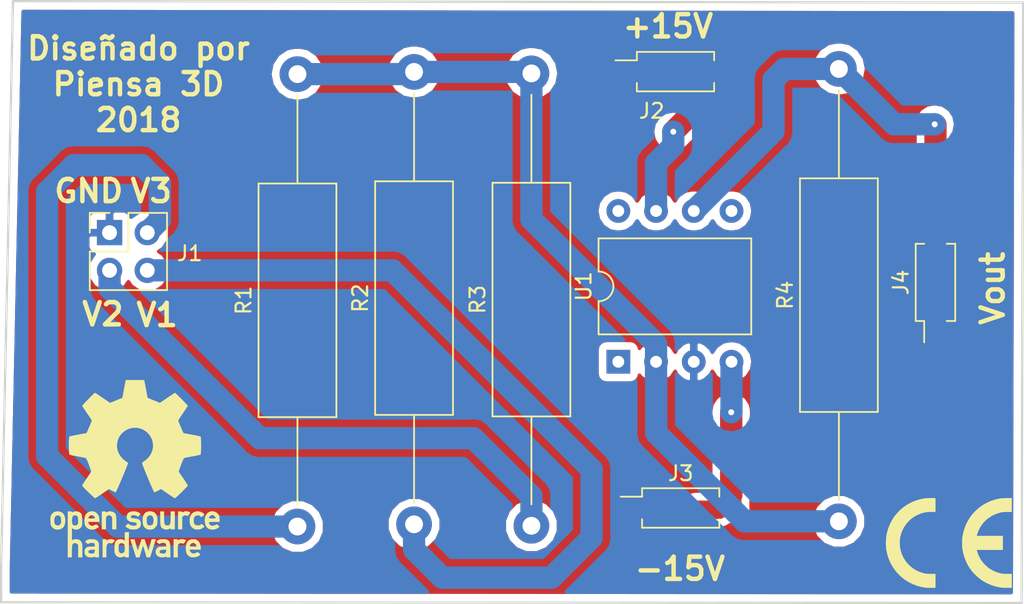
<source format=kicad_pcb>
(kicad_pcb (version 20171130) (host pcbnew 5.0.0-fee4fd1~66~ubuntu16.04.1)

  (general
    (thickness 1.6)
    (drawings 13)
    (tracks 52)
    (zones 0)
    (modules 11)
    (nets 9)
  )

  (page A4)
  (title_block
    (title "Amplificador sumador")
    (date 2018-09-27)
    (rev 1.0)
    (company "Piensa 3D")
  )

  (layers
    (0 F.Cu signal)
    (31 B.Cu signal)
    (32 B.Adhes user)
    (33 F.Adhes user)
    (34 B.Paste user)
    (35 F.Paste user)
    (36 B.SilkS user)
    (37 F.SilkS user)
    (38 B.Mask user)
    (39 F.Mask user)
    (40 Dwgs.User user)
    (41 Cmts.User user)
    (42 Eco1.User user)
    (43 Eco2.User user)
    (44 Edge.Cuts user)
    (45 Margin user)
    (46 B.CrtYd user)
    (47 F.CrtYd user)
    (48 B.Fab user)
    (49 F.Fab user)
  )

  (setup
    (last_trace_width 1.5)
    (user_trace_width 0.5)
    (user_trace_width 0.6)
    (user_trace_width 0.7)
    (user_trace_width 0.8)
    (user_trace_width 0.9)
    (user_trace_width 1)
    (user_trace_width 1.5)
    (trace_clearance 0.2)
    (zone_clearance 0.508)
    (zone_45_only no)
    (trace_min 0.2)
    (segment_width 0.2)
    (edge_width 0.15)
    (via_size 0.8)
    (via_drill 0.4)
    (via_min_size 0.4)
    (via_min_drill 0.3)
    (uvia_size 0.3)
    (uvia_drill 0.1)
    (uvias_allowed no)
    (uvia_min_size 0.2)
    (uvia_min_drill 0.1)
    (pcb_text_width 0.3)
    (pcb_text_size 1.5 1.5)
    (mod_edge_width 0.15)
    (mod_text_size 1 1)
    (mod_text_width 0.15)
    (pad_size 1.524 1.524)
    (pad_drill 0.762)
    (pad_to_mask_clearance 0.2)
    (aux_axis_origin 0 0)
    (visible_elements FFFFFF7F)
    (pcbplotparams
      (layerselection 0x010fc_ffffffff)
      (usegerberextensions false)
      (usegerberattributes false)
      (usegerberadvancedattributes false)
      (creategerberjobfile false)
      (excludeedgelayer true)
      (linewidth 0.100000)
      (plotframeref false)
      (viasonmask false)
      (mode 1)
      (useauxorigin false)
      (hpglpennumber 1)
      (hpglpenspeed 20)
      (hpglpendiameter 15.000000)
      (psnegative false)
      (psa4output false)
      (plotreference true)
      (plotvalue true)
      (plotinvisibletext false)
      (padsonsilk false)
      (subtractmaskfromsilk false)
      (outputformat 1)
      (mirror false)
      (drillshape 1)
      (scaleselection 1)
      (outputdirectory ""))
  )

  (net 0 "")
  (net 1 GND)
  (net 2 "Net-(J1-Pad2)")
  (net 3 "Net-(J1-Pad3)")
  (net 4 "Net-(J1-Pad4)")
  (net 5 +15V)
  (net 6 -15V)
  (net 7 "Net-(J4-Pad2)")
  (net 8 "Net-(R1-Pad2)")

  (net_class Default "Esta es la clase de red por defecto."
    (clearance 0.2)
    (trace_width 0.25)
    (via_dia 0.8)
    (via_drill 0.4)
    (uvia_dia 0.3)
    (uvia_drill 0.1)
    (add_net +15V)
    (add_net -15V)
    (add_net GND)
    (add_net "Net-(J1-Pad2)")
    (add_net "Net-(J1-Pad3)")
    (add_net "Net-(J1-Pad4)")
    (add_net "Net-(J4-Pad2)")
    (add_net "Net-(R1-Pad2)")
  )

  (module Connector_PinHeader_2.54mm:PinHeader_2x02_P2.54mm_Vertical (layer F.Cu) (tedit 59FED5CC) (tstamp 5BB9D94B)
    (at 104.45 66.4)
    (descr "Through hole straight pin header, 2x02, 2.54mm pitch, double rows")
    (tags "Through hole pin header THT 2x02 2.54mm double row")
    (path /5BACD1A8)
    (fp_text reference J1 (at 5.4 1.4) (layer F.SilkS)
      (effects (font (size 1 1) (thickness 0.15)))
    )
    (fp_text value Conn_01x04_Male (at 1.27 4.87) (layer F.Fab)
      (effects (font (size 1 1) (thickness 0.15)))
    )
    (fp_line (start 0 -1.27) (end 3.81 -1.27) (layer F.Fab) (width 0.1))
    (fp_line (start 3.81 -1.27) (end 3.81 3.81) (layer F.Fab) (width 0.1))
    (fp_line (start 3.81 3.81) (end -1.27 3.81) (layer F.Fab) (width 0.1))
    (fp_line (start -1.27 3.81) (end -1.27 0) (layer F.Fab) (width 0.1))
    (fp_line (start -1.27 0) (end 0 -1.27) (layer F.Fab) (width 0.1))
    (fp_line (start -1.33 3.87) (end 3.87 3.87) (layer F.SilkS) (width 0.12))
    (fp_line (start -1.33 1.27) (end -1.33 3.87) (layer F.SilkS) (width 0.12))
    (fp_line (start 3.87 -1.33) (end 3.87 3.87) (layer F.SilkS) (width 0.12))
    (fp_line (start -1.33 1.27) (end 1.27 1.27) (layer F.SilkS) (width 0.12))
    (fp_line (start 1.27 1.27) (end 1.27 -1.33) (layer F.SilkS) (width 0.12))
    (fp_line (start 1.27 -1.33) (end 3.87 -1.33) (layer F.SilkS) (width 0.12))
    (fp_line (start -1.33 0) (end -1.33 -1.33) (layer F.SilkS) (width 0.12))
    (fp_line (start -1.33 -1.33) (end 0 -1.33) (layer F.SilkS) (width 0.12))
    (fp_line (start -1.8 -1.8) (end -1.8 4.35) (layer F.CrtYd) (width 0.05))
    (fp_line (start -1.8 4.35) (end 4.35 4.35) (layer F.CrtYd) (width 0.05))
    (fp_line (start 4.35 4.35) (end 4.35 -1.8) (layer F.CrtYd) (width 0.05))
    (fp_line (start 4.35 -1.8) (end -1.8 -1.8) (layer F.CrtYd) (width 0.05))
    (fp_text user %R (at 1.27 1.27 90) (layer F.Fab)
      (effects (font (size 1 1) (thickness 0.15)))
    )
    (pad 1 thru_hole rect (at 0 0) (size 1.7 1.7) (drill 1) (layers *.Cu *.Mask)
      (net 1 GND))
    (pad 2 thru_hole oval (at 2.54 0) (size 1.7 1.7) (drill 1) (layers *.Cu *.Mask)
      (net 2 "Net-(J1-Pad2)"))
    (pad 3 thru_hole oval (at 0 2.54) (size 1.7 1.7) (drill 1) (layers *.Cu *.Mask)
      (net 3 "Net-(J1-Pad3)"))
    (pad 4 thru_hole oval (at 2.54 2.54) (size 1.7 1.7) (drill 1) (layers *.Cu *.Mask)
      (net 4 "Net-(J1-Pad4)"))
    (model ${KISYS3DMOD}/Connector_PinHeader_2.54mm.3dshapes/PinHeader_2x02_P2.54mm_Vertical.wrl
      (at (xyz 0 0 0))
      (scale (xyz 1 1 1))
      (rotate (xyz 0 0 0))
    )
  )

  (module Connector_PinHeader_2.54mm:PinHeader_2x01_P2.54mm_Vertical_SMD (layer F.Cu) (tedit 59FED5CC) (tstamp 5BB9D968)
    (at 142.55 55.55)
    (descr "surface-mounted straight pin header, 2x01, 2.54mm pitch, double rows")
    (tags "Surface mounted pin header SMD 2x01 2.54mm double row")
    (path /5BACCD83)
    (attr smd)
    (fp_text reference J2 (at -1.6 2.65) (layer F.SilkS)
      (effects (font (size 1 1) (thickness 0.15)))
    )
    (fp_text value Conn_01x02_Male (at 0 2.33) (layer F.Fab)
      (effects (font (size 1 1) (thickness 0.15)))
    )
    (fp_text user %R (at 0 0 90) (layer F.Fab)
      (effects (font (size 1 1) (thickness 0.15)))
    )
    (fp_line (start 5.9 -1.8) (end -5.9 -1.8) (layer F.CrtYd) (width 0.05))
    (fp_line (start 5.9 1.8) (end 5.9 -1.8) (layer F.CrtYd) (width 0.05))
    (fp_line (start -5.9 1.8) (end 5.9 1.8) (layer F.CrtYd) (width 0.05))
    (fp_line (start -5.9 -1.8) (end -5.9 1.8) (layer F.CrtYd) (width 0.05))
    (fp_line (start 2.6 0.76) (end 2.6 1.33) (layer F.SilkS) (width 0.12))
    (fp_line (start -2.6 0.76) (end -2.6 1.33) (layer F.SilkS) (width 0.12))
    (fp_line (start 2.6 -1.33) (end 2.6 -0.76) (layer F.SilkS) (width 0.12))
    (fp_line (start -2.6 -1.33) (end -2.6 -0.76) (layer F.SilkS) (width 0.12))
    (fp_line (start -4.04 -0.76) (end -2.6 -0.76) (layer F.SilkS) (width 0.12))
    (fp_line (start -2.6 1.33) (end 2.6 1.33) (layer F.SilkS) (width 0.12))
    (fp_line (start -2.6 -1.33) (end 2.6 -1.33) (layer F.SilkS) (width 0.12))
    (fp_line (start 3.6 0.32) (end 2.54 0.32) (layer F.Fab) (width 0.1))
    (fp_line (start 3.6 -0.32) (end 3.6 0.32) (layer F.Fab) (width 0.1))
    (fp_line (start 2.54 -0.32) (end 3.6 -0.32) (layer F.Fab) (width 0.1))
    (fp_line (start -3.6 0.32) (end -2.54 0.32) (layer F.Fab) (width 0.1))
    (fp_line (start -3.6 -0.32) (end -3.6 0.32) (layer F.Fab) (width 0.1))
    (fp_line (start -2.54 -0.32) (end -3.6 -0.32) (layer F.Fab) (width 0.1))
    (fp_line (start 2.54 -1.27) (end 2.54 1.27) (layer F.Fab) (width 0.1))
    (fp_line (start -2.54 -0.32) (end -1.59 -1.27) (layer F.Fab) (width 0.1))
    (fp_line (start -2.54 1.27) (end -2.54 -0.32) (layer F.Fab) (width 0.1))
    (fp_line (start -1.59 -1.27) (end 2.54 -1.27) (layer F.Fab) (width 0.1))
    (fp_line (start 2.54 1.27) (end -2.54 1.27) (layer F.Fab) (width 0.1))
    (pad 2 smd rect (at 2.525 0) (size 3.15 1) (layers F.Cu F.Paste F.Mask)
      (net 5 +15V))
    (pad 1 smd rect (at -2.525 0) (size 3.15 1) (layers F.Cu F.Paste F.Mask)
      (net 1 GND))
    (model ${KISYS3DMOD}/Connector_PinHeader_2.54mm.3dshapes/PinHeader_2x01_P2.54mm_Vertical_SMD.wrl
      (at (xyz 0 0 0))
      (scale (xyz 1 1 1))
      (rotate (xyz 0 0 0))
    )
  )

  (module Connector_PinHeader_2.54mm:PinHeader_2x01_P2.54mm_Vertical_SMD (layer F.Cu) (tedit 59FED5CC) (tstamp 5BB9D985)
    (at 142.9 84.95)
    (descr "surface-mounted straight pin header, 2x01, 2.54mm pitch, double rows")
    (tags "Surface mounted pin header SMD 2x01 2.54mm double row")
    (path /5BACCB6B)
    (attr smd)
    (fp_text reference J3 (at 0 -2.33) (layer F.SilkS)
      (effects (font (size 1 1) (thickness 0.15)))
    )
    (fp_text value Conn_01x02_Male (at 0 2.33) (layer F.Fab)
      (effects (font (size 1 1) (thickness 0.15)))
    )
    (fp_line (start 2.54 1.27) (end -2.54 1.27) (layer F.Fab) (width 0.1))
    (fp_line (start -1.59 -1.27) (end 2.54 -1.27) (layer F.Fab) (width 0.1))
    (fp_line (start -2.54 1.27) (end -2.54 -0.32) (layer F.Fab) (width 0.1))
    (fp_line (start -2.54 -0.32) (end -1.59 -1.27) (layer F.Fab) (width 0.1))
    (fp_line (start 2.54 -1.27) (end 2.54 1.27) (layer F.Fab) (width 0.1))
    (fp_line (start -2.54 -0.32) (end -3.6 -0.32) (layer F.Fab) (width 0.1))
    (fp_line (start -3.6 -0.32) (end -3.6 0.32) (layer F.Fab) (width 0.1))
    (fp_line (start -3.6 0.32) (end -2.54 0.32) (layer F.Fab) (width 0.1))
    (fp_line (start 2.54 -0.32) (end 3.6 -0.32) (layer F.Fab) (width 0.1))
    (fp_line (start 3.6 -0.32) (end 3.6 0.32) (layer F.Fab) (width 0.1))
    (fp_line (start 3.6 0.32) (end 2.54 0.32) (layer F.Fab) (width 0.1))
    (fp_line (start -2.6 -1.33) (end 2.6 -1.33) (layer F.SilkS) (width 0.12))
    (fp_line (start -2.6 1.33) (end 2.6 1.33) (layer F.SilkS) (width 0.12))
    (fp_line (start -4.04 -0.76) (end -2.6 -0.76) (layer F.SilkS) (width 0.12))
    (fp_line (start -2.6 -1.33) (end -2.6 -0.76) (layer F.SilkS) (width 0.12))
    (fp_line (start 2.6 -1.33) (end 2.6 -0.76) (layer F.SilkS) (width 0.12))
    (fp_line (start -2.6 0.76) (end -2.6 1.33) (layer F.SilkS) (width 0.12))
    (fp_line (start 2.6 0.76) (end 2.6 1.33) (layer F.SilkS) (width 0.12))
    (fp_line (start -5.9 -1.8) (end -5.9 1.8) (layer F.CrtYd) (width 0.05))
    (fp_line (start -5.9 1.8) (end 5.9 1.8) (layer F.CrtYd) (width 0.05))
    (fp_line (start 5.9 1.8) (end 5.9 -1.8) (layer F.CrtYd) (width 0.05))
    (fp_line (start 5.9 -1.8) (end -5.9 -1.8) (layer F.CrtYd) (width 0.05))
    (fp_text user %R (at 0 0 90) (layer F.Fab)
      (effects (font (size 1 1) (thickness 0.15)))
    )
    (pad 1 smd rect (at -2.525 0) (size 3.15 1) (layers F.Cu F.Paste F.Mask)
      (net 1 GND))
    (pad 2 smd rect (at 2.525 0) (size 3.15 1) (layers F.Cu F.Paste F.Mask)
      (net 6 -15V))
    (model ${KISYS3DMOD}/Connector_PinHeader_2.54mm.3dshapes/PinHeader_2x01_P2.54mm_Vertical_SMD.wrl
      (at (xyz 0 0 0))
      (scale (xyz 1 1 1))
      (rotate (xyz 0 0 0))
    )
  )

  (module Connector_PinHeader_2.54mm:PinHeader_2x01_P2.54mm_Vertical_SMD (layer F.Cu) (tedit 59FED5CC) (tstamp 5BB9D9A2)
    (at 160.05 69.75 90)
    (descr "surface-mounted straight pin header, 2x01, 2.54mm pitch, double rows")
    (tags "Surface mounted pin header SMD 2x01 2.54mm double row")
    (path /5BACCFA5)
    (attr smd)
    (fp_text reference J4 (at 0 -2.33 90) (layer F.SilkS)
      (effects (font (size 1 1) (thickness 0.15)))
    )
    (fp_text value Conn_01x02_Male (at 0 2.33 90) (layer F.Fab)
      (effects (font (size 1 1) (thickness 0.15)))
    )
    (fp_line (start 2.54 1.27) (end -2.54 1.27) (layer F.Fab) (width 0.1))
    (fp_line (start -1.59 -1.27) (end 2.54 -1.27) (layer F.Fab) (width 0.1))
    (fp_line (start -2.54 1.27) (end -2.54 -0.32) (layer F.Fab) (width 0.1))
    (fp_line (start -2.54 -0.32) (end -1.59 -1.27) (layer F.Fab) (width 0.1))
    (fp_line (start 2.54 -1.27) (end 2.54 1.27) (layer F.Fab) (width 0.1))
    (fp_line (start -2.54 -0.32) (end -3.6 -0.32) (layer F.Fab) (width 0.1))
    (fp_line (start -3.6 -0.32) (end -3.6 0.32) (layer F.Fab) (width 0.1))
    (fp_line (start -3.6 0.32) (end -2.54 0.32) (layer F.Fab) (width 0.1))
    (fp_line (start 2.54 -0.32) (end 3.6 -0.32) (layer F.Fab) (width 0.1))
    (fp_line (start 3.6 -0.32) (end 3.6 0.32) (layer F.Fab) (width 0.1))
    (fp_line (start 3.6 0.32) (end 2.54 0.32) (layer F.Fab) (width 0.1))
    (fp_line (start -2.6 -1.33) (end 2.6 -1.33) (layer F.SilkS) (width 0.12))
    (fp_line (start -2.6 1.33) (end 2.6 1.33) (layer F.SilkS) (width 0.12))
    (fp_line (start -4.04 -0.76) (end -2.6 -0.76) (layer F.SilkS) (width 0.12))
    (fp_line (start -2.6 -1.33) (end -2.6 -0.76) (layer F.SilkS) (width 0.12))
    (fp_line (start 2.6 -1.33) (end 2.6 -0.76) (layer F.SilkS) (width 0.12))
    (fp_line (start -2.6 0.76) (end -2.6 1.33) (layer F.SilkS) (width 0.12))
    (fp_line (start 2.6 0.76) (end 2.6 1.33) (layer F.SilkS) (width 0.12))
    (fp_line (start -5.9 -1.8) (end -5.9 1.8) (layer F.CrtYd) (width 0.05))
    (fp_line (start -5.9 1.8) (end 5.9 1.8) (layer F.CrtYd) (width 0.05))
    (fp_line (start 5.9 1.8) (end 5.9 -1.8) (layer F.CrtYd) (width 0.05))
    (fp_line (start 5.9 -1.8) (end -5.9 -1.8) (layer F.CrtYd) (width 0.05))
    (fp_text user %R (at 0 0 180) (layer F.Fab)
      (effects (font (size 1 1) (thickness 0.15)))
    )
    (pad 1 smd rect (at -2.525 0 90) (size 3.15 1) (layers F.Cu F.Paste F.Mask)
      (net 1 GND))
    (pad 2 smd rect (at 2.525 0 90) (size 3.15 1) (layers F.Cu F.Paste F.Mask)
      (net 7 "Net-(J4-Pad2)"))
    (model ${KISYS3DMOD}/Connector_PinHeader_2.54mm.3dshapes/PinHeader_2x01_P2.54mm_Vertical_SMD.wrl
      (at (xyz 0 0 0))
      (scale (xyz 1 1 1))
      (rotate (xyz 0 0 0))
    )
  )

  (module Resistor_THT:R_Axial_DIN0516_L15.5mm_D5.0mm_P30.48mm_Horizontal (layer F.Cu) (tedit 5AE5139B) (tstamp 5BB9D9B9)
    (at 117.1 86.2 90)
    (descr "Resistor, Axial_DIN0516 series, Axial, Horizontal, pin pitch=30.48mm, 2W, length*diameter=15.5*5mm^2, http://cdn-reichelt.de/documents/datenblatt/B400/1_4W%23YAG.pdf")
    (tags "Resistor Axial_DIN0516 series Axial Horizontal pin pitch 30.48mm 2W length 15.5mm diameter 5mm")
    (path /5BACC249)
    (fp_text reference R1 (at 15.24 -3.62 90) (layer F.SilkS)
      (effects (font (size 1 1) (thickness 0.15)))
    )
    (fp_text value 1k (at 15.24 3.62 90) (layer F.Fab)
      (effects (font (size 1 1) (thickness 0.15)))
    )
    (fp_text user %R (at 15.24 0 90) (layer F.Fab)
      (effects (font (size 1 1) (thickness 0.15)))
    )
    (fp_line (start 31.94 -2.75) (end -1.45 -2.75) (layer F.CrtYd) (width 0.05))
    (fp_line (start 31.94 2.75) (end 31.94 -2.75) (layer F.CrtYd) (width 0.05))
    (fp_line (start -1.45 2.75) (end 31.94 2.75) (layer F.CrtYd) (width 0.05))
    (fp_line (start -1.45 -2.75) (end -1.45 2.75) (layer F.CrtYd) (width 0.05))
    (fp_line (start 29.04 0) (end 23.11 0) (layer F.SilkS) (width 0.12))
    (fp_line (start 1.44 0) (end 7.37 0) (layer F.SilkS) (width 0.12))
    (fp_line (start 23.11 -2.62) (end 7.37 -2.62) (layer F.SilkS) (width 0.12))
    (fp_line (start 23.11 2.62) (end 23.11 -2.62) (layer F.SilkS) (width 0.12))
    (fp_line (start 7.37 2.62) (end 23.11 2.62) (layer F.SilkS) (width 0.12))
    (fp_line (start 7.37 -2.62) (end 7.37 2.62) (layer F.SilkS) (width 0.12))
    (fp_line (start 30.48 0) (end 22.99 0) (layer F.Fab) (width 0.1))
    (fp_line (start 0 0) (end 7.49 0) (layer F.Fab) (width 0.1))
    (fp_line (start 22.99 -2.5) (end 7.49 -2.5) (layer F.Fab) (width 0.1))
    (fp_line (start 22.99 2.5) (end 22.99 -2.5) (layer F.Fab) (width 0.1))
    (fp_line (start 7.49 2.5) (end 22.99 2.5) (layer F.Fab) (width 0.1))
    (fp_line (start 7.49 -2.5) (end 7.49 2.5) (layer F.Fab) (width 0.1))
    (pad 2 thru_hole oval (at 30.48 0 90) (size 2.4 2.4) (drill 1.2) (layers *.Cu *.Mask)
      (net 8 "Net-(R1-Pad2)"))
    (pad 1 thru_hole circle (at 0 0 90) (size 2.4 2.4) (drill 1.2) (layers *.Cu *.Mask)
      (net 2 "Net-(J1-Pad2)"))
    (model ${KISYS3DMOD}/Resistor_THT.3dshapes/R_Axial_DIN0516_L15.5mm_D5.0mm_P30.48mm_Horizontal.wrl
      (at (xyz 0 0 0))
      (scale (xyz 1 1 1))
      (rotate (xyz 0 0 0))
    )
  )

  (module Resistor_THT:R_Axial_DIN0516_L15.5mm_D5.0mm_P30.48mm_Horizontal (layer F.Cu) (tedit 5AE5139B) (tstamp 5BB9D9D0)
    (at 124.95 86.05 90)
    (descr "Resistor, Axial_DIN0516 series, Axial, Horizontal, pin pitch=30.48mm, 2W, length*diameter=15.5*5mm^2, http://cdn-reichelt.de/documents/datenblatt/B400/1_4W%23YAG.pdf")
    (tags "Resistor Axial_DIN0516 series Axial Horizontal pin pitch 30.48mm 2W length 15.5mm diameter 5mm")
    (path /5BACC1E5)
    (fp_text reference R2 (at 15.24 -3.62 90) (layer F.SilkS)
      (effects (font (size 1 1) (thickness 0.15)))
    )
    (fp_text value 1k (at 15.24 3.62 90) (layer F.Fab)
      (effects (font (size 1 1) (thickness 0.15)))
    )
    (fp_line (start 7.49 -2.5) (end 7.49 2.5) (layer F.Fab) (width 0.1))
    (fp_line (start 7.49 2.5) (end 22.99 2.5) (layer F.Fab) (width 0.1))
    (fp_line (start 22.99 2.5) (end 22.99 -2.5) (layer F.Fab) (width 0.1))
    (fp_line (start 22.99 -2.5) (end 7.49 -2.5) (layer F.Fab) (width 0.1))
    (fp_line (start 0 0) (end 7.49 0) (layer F.Fab) (width 0.1))
    (fp_line (start 30.48 0) (end 22.99 0) (layer F.Fab) (width 0.1))
    (fp_line (start 7.37 -2.62) (end 7.37 2.62) (layer F.SilkS) (width 0.12))
    (fp_line (start 7.37 2.62) (end 23.11 2.62) (layer F.SilkS) (width 0.12))
    (fp_line (start 23.11 2.62) (end 23.11 -2.62) (layer F.SilkS) (width 0.12))
    (fp_line (start 23.11 -2.62) (end 7.37 -2.62) (layer F.SilkS) (width 0.12))
    (fp_line (start 1.44 0) (end 7.37 0) (layer F.SilkS) (width 0.12))
    (fp_line (start 29.04 0) (end 23.11 0) (layer F.SilkS) (width 0.12))
    (fp_line (start -1.45 -2.75) (end -1.45 2.75) (layer F.CrtYd) (width 0.05))
    (fp_line (start -1.45 2.75) (end 31.94 2.75) (layer F.CrtYd) (width 0.05))
    (fp_line (start 31.94 2.75) (end 31.94 -2.75) (layer F.CrtYd) (width 0.05))
    (fp_line (start 31.94 -2.75) (end -1.45 -2.75) (layer F.CrtYd) (width 0.05))
    (fp_text user %R (at 15.24 0 90) (layer F.Fab)
      (effects (font (size 1 1) (thickness 0.15)))
    )
    (pad 1 thru_hole circle (at 0 0 90) (size 2.4 2.4) (drill 1.2) (layers *.Cu *.Mask)
      (net 4 "Net-(J1-Pad4)"))
    (pad 2 thru_hole oval (at 30.48 0 90) (size 2.4 2.4) (drill 1.2) (layers *.Cu *.Mask)
      (net 8 "Net-(R1-Pad2)"))
    (model ${KISYS3DMOD}/Resistor_THT.3dshapes/R_Axial_DIN0516_L15.5mm_D5.0mm_P30.48mm_Horizontal.wrl
      (at (xyz 0 0 0))
      (scale (xyz 1 1 1))
      (rotate (xyz 0 0 0))
    )
  )

  (module Resistor_THT:R_Axial_DIN0516_L15.5mm_D5.0mm_P30.48mm_Horizontal (layer F.Cu) (tedit 5AE5139B) (tstamp 5BB9D9E7)
    (at 132.85 86.15 90)
    (descr "Resistor, Axial_DIN0516 series, Axial, Horizontal, pin pitch=30.48mm, 2W, length*diameter=15.5*5mm^2, http://cdn-reichelt.de/documents/datenblatt/B400/1_4W%23YAG.pdf")
    (tags "Resistor Axial_DIN0516 series Axial Horizontal pin pitch 30.48mm 2W length 15.5mm diameter 5mm")
    (path /5BACC089)
    (fp_text reference R3 (at 15.24 -3.62 90) (layer F.SilkS)
      (effects (font (size 1 1) (thickness 0.15)))
    )
    (fp_text value 1k (at 15.24 3.62 90) (layer F.Fab)
      (effects (font (size 1 1) (thickness 0.15)))
    )
    (fp_text user %R (at 15.24 0 90) (layer F.Fab)
      (effects (font (size 1 1) (thickness 0.15)))
    )
    (fp_line (start 31.94 -2.75) (end -1.45 -2.75) (layer F.CrtYd) (width 0.05))
    (fp_line (start 31.94 2.75) (end 31.94 -2.75) (layer F.CrtYd) (width 0.05))
    (fp_line (start -1.45 2.75) (end 31.94 2.75) (layer F.CrtYd) (width 0.05))
    (fp_line (start -1.45 -2.75) (end -1.45 2.75) (layer F.CrtYd) (width 0.05))
    (fp_line (start 29.04 0) (end 23.11 0) (layer F.SilkS) (width 0.12))
    (fp_line (start 1.44 0) (end 7.37 0) (layer F.SilkS) (width 0.12))
    (fp_line (start 23.11 -2.62) (end 7.37 -2.62) (layer F.SilkS) (width 0.12))
    (fp_line (start 23.11 2.62) (end 23.11 -2.62) (layer F.SilkS) (width 0.12))
    (fp_line (start 7.37 2.62) (end 23.11 2.62) (layer F.SilkS) (width 0.12))
    (fp_line (start 7.37 -2.62) (end 7.37 2.62) (layer F.SilkS) (width 0.12))
    (fp_line (start 30.48 0) (end 22.99 0) (layer F.Fab) (width 0.1))
    (fp_line (start 0 0) (end 7.49 0) (layer F.Fab) (width 0.1))
    (fp_line (start 22.99 -2.5) (end 7.49 -2.5) (layer F.Fab) (width 0.1))
    (fp_line (start 22.99 2.5) (end 22.99 -2.5) (layer F.Fab) (width 0.1))
    (fp_line (start 7.49 2.5) (end 22.99 2.5) (layer F.Fab) (width 0.1))
    (fp_line (start 7.49 -2.5) (end 7.49 2.5) (layer F.Fab) (width 0.1))
    (pad 2 thru_hole oval (at 30.48 0 90) (size 2.4 2.4) (drill 1.2) (layers *.Cu *.Mask)
      (net 8 "Net-(R1-Pad2)"))
    (pad 1 thru_hole circle (at 0 0 90) (size 2.4 2.4) (drill 1.2) (layers *.Cu *.Mask)
      (net 3 "Net-(J1-Pad3)"))
    (model ${KISYS3DMOD}/Resistor_THT.3dshapes/R_Axial_DIN0516_L15.5mm_D5.0mm_P30.48mm_Horizontal.wrl
      (at (xyz 0 0 0))
      (scale (xyz 1 1 1))
      (rotate (xyz 0 0 0))
    )
  )

  (module Resistor_THT:R_Axial_DIN0516_L15.5mm_D5.0mm_P30.48mm_Horizontal (layer F.Cu) (tedit 5AE5139B) (tstamp 5BB9D9FE)
    (at 153.55 85.85 90)
    (descr "Resistor, Axial_DIN0516 series, Axial, Horizontal, pin pitch=30.48mm, 2W, length*diameter=15.5*5mm^2, http://cdn-reichelt.de/documents/datenblatt/B400/1_4W%23YAG.pdf")
    (tags "Resistor Axial_DIN0516 series Axial Horizontal pin pitch 30.48mm 2W length 15.5mm diameter 5mm")
    (path /5BACBE88)
    (fp_text reference R4 (at 15.24 -3.62 90) (layer F.SilkS)
      (effects (font (size 1 1) (thickness 0.15)))
    )
    (fp_text value 1k (at 15.24 3.62 90) (layer F.Fab)
      (effects (font (size 1 1) (thickness 0.15)))
    )
    (fp_line (start 7.49 -2.5) (end 7.49 2.5) (layer F.Fab) (width 0.1))
    (fp_line (start 7.49 2.5) (end 22.99 2.5) (layer F.Fab) (width 0.1))
    (fp_line (start 22.99 2.5) (end 22.99 -2.5) (layer F.Fab) (width 0.1))
    (fp_line (start 22.99 -2.5) (end 7.49 -2.5) (layer F.Fab) (width 0.1))
    (fp_line (start 0 0) (end 7.49 0) (layer F.Fab) (width 0.1))
    (fp_line (start 30.48 0) (end 22.99 0) (layer F.Fab) (width 0.1))
    (fp_line (start 7.37 -2.62) (end 7.37 2.62) (layer F.SilkS) (width 0.12))
    (fp_line (start 7.37 2.62) (end 23.11 2.62) (layer F.SilkS) (width 0.12))
    (fp_line (start 23.11 2.62) (end 23.11 -2.62) (layer F.SilkS) (width 0.12))
    (fp_line (start 23.11 -2.62) (end 7.37 -2.62) (layer F.SilkS) (width 0.12))
    (fp_line (start 1.44 0) (end 7.37 0) (layer F.SilkS) (width 0.12))
    (fp_line (start 29.04 0) (end 23.11 0) (layer F.SilkS) (width 0.12))
    (fp_line (start -1.45 -2.75) (end -1.45 2.75) (layer F.CrtYd) (width 0.05))
    (fp_line (start -1.45 2.75) (end 31.94 2.75) (layer F.CrtYd) (width 0.05))
    (fp_line (start 31.94 2.75) (end 31.94 -2.75) (layer F.CrtYd) (width 0.05))
    (fp_line (start 31.94 -2.75) (end -1.45 -2.75) (layer F.CrtYd) (width 0.05))
    (fp_text user %R (at 15.24 0 90) (layer F.Fab)
      (effects (font (size 1 1) (thickness 0.15)))
    )
    (pad 1 thru_hole circle (at 0 0 90) (size 2.4 2.4) (drill 1.2) (layers *.Cu *.Mask)
      (net 8 "Net-(R1-Pad2)"))
    (pad 2 thru_hole oval (at 30.48 0 90) (size 2.4 2.4) (drill 1.2) (layers *.Cu *.Mask)
      (net 7 "Net-(J4-Pad2)"))
    (model ${KISYS3DMOD}/Resistor_THT.3dshapes/R_Axial_DIN0516_L15.5mm_D5.0mm_P30.48mm_Horizontal.wrl
      (at (xyz 0 0 0))
      (scale (xyz 1 1 1))
      (rotate (xyz 0 0 0))
    )
  )

  (module Package_DIP:DIP-8_W10.16mm (layer F.Cu) (tedit 5A02E8C5) (tstamp 5BB9DA1A)
    (at 138.7 75.1 90)
    (descr "8-lead though-hole mounted DIP package, row spacing 10.16 mm (400 mils)")
    (tags "THT DIP DIL PDIP 2.54mm 10.16mm 400mil")
    (path /5BACBC7F)
    (fp_text reference U1 (at 5.08 -2.33 90) (layer F.SilkS)
      (effects (font (size 1 1) (thickness 0.15)))
    )
    (fp_text value LM741 (at 5.08 9.95 90) (layer F.Fab)
      (effects (font (size 1 1) (thickness 0.15)))
    )
    (fp_arc (start 5.08 -1.33) (end 4.08 -1.33) (angle -180) (layer F.SilkS) (width 0.12))
    (fp_line (start 2.905 -1.27) (end 8.255 -1.27) (layer F.Fab) (width 0.1))
    (fp_line (start 8.255 -1.27) (end 8.255 8.89) (layer F.Fab) (width 0.1))
    (fp_line (start 8.255 8.89) (end 1.905 8.89) (layer F.Fab) (width 0.1))
    (fp_line (start 1.905 8.89) (end 1.905 -0.27) (layer F.Fab) (width 0.1))
    (fp_line (start 1.905 -0.27) (end 2.905 -1.27) (layer F.Fab) (width 0.1))
    (fp_line (start 4.08 -1.33) (end 1.845 -1.33) (layer F.SilkS) (width 0.12))
    (fp_line (start 1.845 -1.33) (end 1.845 8.95) (layer F.SilkS) (width 0.12))
    (fp_line (start 1.845 8.95) (end 8.315 8.95) (layer F.SilkS) (width 0.12))
    (fp_line (start 8.315 8.95) (end 8.315 -1.33) (layer F.SilkS) (width 0.12))
    (fp_line (start 8.315 -1.33) (end 6.08 -1.33) (layer F.SilkS) (width 0.12))
    (fp_line (start -1.05 -1.55) (end -1.05 9.15) (layer F.CrtYd) (width 0.05))
    (fp_line (start -1.05 9.15) (end 11.25 9.15) (layer F.CrtYd) (width 0.05))
    (fp_line (start 11.25 9.15) (end 11.25 -1.55) (layer F.CrtYd) (width 0.05))
    (fp_line (start 11.25 -1.55) (end -1.05 -1.55) (layer F.CrtYd) (width 0.05))
    (fp_text user %R (at 5.08 3.81 90) (layer F.Fab)
      (effects (font (size 1 1) (thickness 0.15)))
    )
    (pad 1 thru_hole rect (at 0 0 90) (size 1.6 1.6) (drill 0.8) (layers *.Cu *.Mask))
    (pad 5 thru_hole oval (at 10.16 7.62 90) (size 1.6 1.6) (drill 0.8) (layers *.Cu *.Mask))
    (pad 2 thru_hole oval (at 0 2.54 90) (size 1.6 1.6) (drill 0.8) (layers *.Cu *.Mask)
      (net 8 "Net-(R1-Pad2)"))
    (pad 6 thru_hole oval (at 10.16 5.08 90) (size 1.6 1.6) (drill 0.8) (layers *.Cu *.Mask)
      (net 7 "Net-(J4-Pad2)"))
    (pad 3 thru_hole oval (at 0 5.08 90) (size 1.6 1.6) (drill 0.8) (layers *.Cu *.Mask)
      (net 1 GND))
    (pad 7 thru_hole oval (at 10.16 2.54 90) (size 1.6 1.6) (drill 0.8) (layers *.Cu *.Mask)
      (net 5 +15V))
    (pad 4 thru_hole oval (at 0 7.62 90) (size 1.6 1.6) (drill 0.8) (layers *.Cu *.Mask)
      (net 6 -15V))
    (pad 8 thru_hole oval (at 10.16 0 90) (size 1.6 1.6) (drill 0.8) (layers *.Cu *.Mask))
    (model ${KISYS3DMOD}/Package_DIP.3dshapes/DIP-8_W10.16mm.wrl
      (at (xyz 0 0 0))
      (scale (xyz 1 1 1))
      (rotate (xyz 0 0 0))
    )
  )

  (module Symbol:OSHW-Logo_11.4x12mm_SilkScreen (layer F.Cu) (tedit 0) (tstamp 5BC4FD43)
    (at 106.15 82.3)
    (descr "Open Source Hardware Logo")
    (tags "Logo OSHW")
    (attr virtual)
    (fp_text reference REF** (at 0 0) (layer F.SilkS) hide
      (effects (font (size 1 1) (thickness 0.15)))
    )
    (fp_text value OSHW-Logo_11.4x12mm_SilkScreen (at 0.75 0) (layer F.Fab) hide
      (effects (font (size 1 1) (thickness 0.15)))
    )
    (fp_poly (pts (xy 0.746535 -5.366828) (xy 0.859117 -4.769637) (xy 1.274531 -4.59839) (xy 1.689944 -4.427143)
      (xy 2.188302 -4.766022) (xy 2.327868 -4.860378) (xy 2.454028 -4.944625) (xy 2.560895 -5.014917)
      (xy 2.642582 -5.067408) (xy 2.693201 -5.098251) (xy 2.706986 -5.104902) (xy 2.73182 -5.087797)
      (xy 2.784888 -5.040511) (xy 2.86024 -4.969083) (xy 2.951929 -4.879555) (xy 3.054007 -4.777966)
      (xy 3.160526 -4.670357) (xy 3.265536 -4.562768) (xy 3.363091 -4.46124) (xy 3.447242 -4.371814)
      (xy 3.51204 -4.300529) (xy 3.551538 -4.253427) (xy 3.56098 -4.237663) (xy 3.547391 -4.208602)
      (xy 3.509293 -4.144934) (xy 3.450694 -4.052888) (xy 3.375597 -3.938691) (xy 3.288009 -3.808571)
      (xy 3.237254 -3.734354) (xy 3.144745 -3.598833) (xy 3.06254 -3.476539) (xy 2.99463 -3.37356)
      (xy 2.945 -3.295982) (xy 2.91764 -3.249894) (xy 2.913529 -3.240208) (xy 2.922849 -3.212681)
      (xy 2.948254 -3.148527) (xy 2.985911 -3.056765) (xy 3.031986 -2.946416) (xy 3.082646 -2.8265)
      (xy 3.134059 -2.706036) (xy 3.182389 -2.594046) (xy 3.223806 -2.499548) (xy 3.254474 -2.431563)
      (xy 3.270562 -2.399112) (xy 3.271511 -2.397835) (xy 3.296772 -2.391638) (xy 3.364046 -2.377815)
      (xy 3.46636 -2.357723) (xy 3.596741 -2.332721) (xy 3.748216 -2.304169) (xy 3.836594 -2.287704)
      (xy 3.998452 -2.256886) (xy 4.144649 -2.227561) (xy 4.267787 -2.201334) (xy 4.360469 -2.179809)
      (xy 4.415301 -2.16459) (xy 4.426323 -2.159762) (xy 4.437119 -2.127081) (xy 4.445829 -2.05327)
      (xy 4.45246 -1.946963) (xy 4.457018 -1.816788) (xy 4.459509 -1.671379) (xy 4.459938 -1.519365)
      (xy 4.458311 -1.369378) (xy 4.454635 -1.230049) (xy 4.448915 -1.11001) (xy 4.441158 -1.01789)
      (xy 4.431368 -0.962323) (xy 4.425496 -0.950755) (xy 4.390399 -0.93689) (xy 4.316028 -0.917067)
      (xy 4.212223 -0.893616) (xy 4.088819 -0.868864) (xy 4.045741 -0.860857) (xy 3.838047 -0.822814)
      (xy 3.673984 -0.792176) (xy 3.54813 -0.767726) (xy 3.455065 -0.748246) (xy 3.389367 -0.732519)
      (xy 3.345617 -0.719327) (xy 3.318392 -0.707451) (xy 3.302272 -0.695675) (xy 3.300017 -0.693347)
      (xy 3.277503 -0.655855) (xy 3.243158 -0.58289) (xy 3.200411 -0.483388) (xy 3.152692 -0.366282)
      (xy 3.10343 -0.240507) (xy 3.056055 -0.114998) (xy 3.013995 0.00131) (xy 2.98068 0.099484)
      (xy 2.959541 0.170588) (xy 2.954005 0.205687) (xy 2.954466 0.206917) (xy 2.973223 0.235606)
      (xy 3.015776 0.29873) (xy 3.077653 0.389718) (xy 3.154382 0.502) (xy 3.241491 0.629005)
      (xy 3.266299 0.665098) (xy 3.354753 0.795948) (xy 3.432588 0.915336) (xy 3.495566 1.016407)
      (xy 3.539445 1.092304) (xy 3.559985 1.136172) (xy 3.56098 1.141562) (xy 3.543722 1.169889)
      (xy 3.496036 1.226006) (xy 3.42405 1.303882) (xy 3.333897 1.397485) (xy 3.231705 1.500786)
      (xy 3.123606 1.607751) (xy 3.015728 1.712351) (xy 2.914204 1.808554) (xy 2.825162 1.890329)
      (xy 2.754733 1.951645) (xy 2.709047 1.986471) (xy 2.696409 1.992157) (xy 2.666991 1.978765)
      (xy 2.606761 1.942644) (xy 2.52553 1.889881) (xy 2.46303 1.847412) (xy 2.349785 1.769485)
      (xy 2.215674 1.677729) (xy 2.081155 1.58612) (xy 2.008833 1.537091) (xy 1.764038 1.371515)
      (xy 1.558551 1.48262) (xy 1.464936 1.531293) (xy 1.38533 1.569126) (xy 1.331467 1.590703)
      (xy 1.317757 1.593706) (xy 1.30127 1.571538) (xy 1.268745 1.508894) (xy 1.222609 1.411554)
      (xy 1.16529 1.285294) (xy 1.099216 1.135895) (xy 1.026815 0.969133) (xy 0.950516 0.790787)
      (xy 0.872746 0.606636) (xy 0.795934 0.422457) (xy 0.722506 0.24403) (xy 0.654892 0.077132)
      (xy 0.59552 -0.072458) (xy 0.546816 -0.198962) (xy 0.51121 -0.296601) (xy 0.49113 -0.359598)
      (xy 0.4879 -0.381234) (xy 0.513496 -0.408831) (xy 0.569539 -0.45363) (xy 0.644311 -0.506321)
      (xy 0.650587 -0.51049) (xy 0.843845 -0.665186) (xy 0.999674 -0.845664) (xy 1.116724 -1.046153)
      (xy 1.193645 -1.260881) (xy 1.229086 -1.484078) (xy 1.221697 -1.709974) (xy 1.170127 -1.932796)
      (xy 1.073026 -2.146776) (xy 1.044458 -2.193591) (xy 0.895868 -2.382637) (xy 0.720327 -2.534443)
      (xy 0.52391 -2.648221) (xy 0.312693 -2.72318) (xy 0.092753 -2.758533) (xy -0.129837 -2.753488)
      (xy -0.348999 -2.707256) (xy -0.558658 -2.619049) (xy -0.752739 -2.488076) (xy -0.812774 -2.434918)
      (xy -0.965565 -2.268516) (xy -1.076903 -2.093343) (xy -1.153277 -1.896989) (xy -1.195813 -1.702538)
      (xy -1.206314 -1.483913) (xy -1.171299 -1.264203) (xy -1.094327 -1.050835) (xy -0.978953 -0.851233)
      (xy -0.828734 -0.672826) (xy -0.647227 -0.523038) (xy -0.623373 -0.507249) (xy -0.547799 -0.455543)
      (xy -0.490349 -0.410743) (xy -0.462883 -0.382138) (xy -0.462483 -0.381234) (xy -0.46838 -0.350291)
      (xy -0.491755 -0.280064) (xy -0.530179 -0.17633) (xy -0.581223 -0.044865) (xy -0.642458 0.108552)
      (xy -0.711456 0.278146) (xy -0.785786 0.458138) (xy -0.863022 0.642753) (xy -0.940732 0.826213)
      (xy -1.016489 1.002741) (xy -1.087863 1.166559) (xy -1.152426 1.311892) (xy -1.207748 1.432962)
      (xy -1.2514 1.523992) (xy -1.280954 1.579205) (xy -1.292856 1.593706) (xy -1.329223 1.582414)
      (xy -1.39727 1.55213) (xy -1.485263 1.508265) (xy -1.533649 1.48262) (xy -1.739137 1.371515)
      (xy -1.983932 1.537091) (xy -2.108894 1.621915) (xy -2.245705 1.715261) (xy -2.373911 1.803153)
      (xy -2.438129 1.847412) (xy -2.528449 1.908063) (xy -2.604929 1.956126) (xy -2.657593 1.985515)
      (xy -2.674698 1.991727) (xy -2.699595 1.974968) (xy -2.754695 1.928181) (xy -2.834657 1.856225)
      (xy -2.934139 1.763957) (xy -3.0478 1.656235) (xy -3.119685 1.587071) (xy -3.245449 1.463502)
      (xy -3.354137 1.352979) (xy -3.441355 1.26023) (xy -3.502711 1.189982) (xy -3.533809 1.146965)
      (xy -3.536792 1.138235) (xy -3.522947 1.105029) (xy -3.484688 1.037887) (xy -3.426258 0.943608)
      (xy -3.351903 0.82899) (xy -3.265865 0.700828) (xy -3.241397 0.665098) (xy -3.152245 0.535234)
      (xy -3.072262 0.418314) (xy -3.00592 0.320907) (xy -2.957689 0.249584) (xy -2.932043 0.210915)
      (xy -2.929565 0.206917) (xy -2.933271 0.1761) (xy -2.952939 0.108344) (xy -2.98514 0.012584)
      (xy -3.026445 -0.102246) (xy -3.073425 -0.227211) (xy -3.122651 -0.353376) (xy -3.170692 -0.471807)
      (xy -3.214119 -0.57357) (xy -3.249504 -0.649729) (xy -3.273416 -0.691351) (xy -3.275116 -0.693347)
      (xy -3.289738 -0.705242) (xy -3.314435 -0.717005) (xy -3.354628 -0.729854) (xy -3.415737 -0.745006)
      (xy -3.503183 -0.763679) (xy -3.622388 -0.78709) (xy -3.778773 -0.816458) (xy -3.977757 -0.853)
      (xy -4.02084 -0.860857) (xy -4.148529 -0.885528) (xy -4.259847 -0.909662) (xy -4.344955 -0.930931)
      (xy -4.394017 -0.947007) (xy -4.400595 -0.950755) (xy -4.411436 -0.983982) (xy -4.420247 -1.058234)
      (xy -4.427024 -1.164879) (xy -4.43176 -1.295288) (xy -4.43445 -1.440828) (xy -4.435087 -1.592869)
      (xy -4.433666 -1.742779) (xy -4.43018 -1.881927) (xy -4.424624 -2.001683) (xy -4.416992 -2.093414)
      (xy -4.407278 -2.148489) (xy -4.401422 -2.159762) (xy -4.36882 -2.171132) (xy -4.294582 -2.189631)
      (xy -4.186104 -2.213653) (xy -4.050783 -2.241593) (xy -3.896015 -2.271847) (xy -3.811692 -2.287704)
      (xy -3.651704 -2.317611) (xy -3.509033 -2.344705) (xy -3.390652 -2.367624) (xy -3.303535 -2.385012)
      (xy -3.254655 -2.395508) (xy -3.24661 -2.397835) (xy -3.233013 -2.424069) (xy -3.204271 -2.48726)
      (xy -3.164215 -2.578378) (xy -3.116676 -2.688398) (xy -3.065485 -2.80829) (xy -3.014474 -2.929028)
      (xy -2.967474 -3.041584) (xy -2.928316 -3.136929) (xy -2.900831 -3.206038) (xy -2.888851 -3.239881)
      (xy -2.888628 -3.24136) (xy -2.902209 -3.268058) (xy -2.940285 -3.329495) (xy -2.998853 -3.419566)
      (xy -3.073912 -3.532165) (xy -3.16146 -3.661185) (xy -3.212353 -3.735294) (xy -3.305091 -3.871178)
      (xy -3.387459 -3.994546) (xy -3.455439 -4.099158) (xy -3.505012 -4.178772) (xy -3.532158 -4.227148)
      (xy -3.536079 -4.237993) (xy -3.519225 -4.263235) (xy -3.472632 -4.317131) (xy -3.402251 -4.393642)
      (xy -3.314035 -4.486732) (xy -3.213935 -4.59036) (xy -3.107902 -4.698491) (xy -3.001889 -4.805085)
      (xy -2.901848 -4.904105) (xy -2.81373 -4.989513) (xy -2.743487 -5.05527) (xy -2.697072 -5.095339)
      (xy -2.681544 -5.104902) (xy -2.656261 -5.091455) (xy -2.595789 -5.05368) (xy -2.506008 -4.99542)
      (xy -2.392797 -4.920521) (xy -2.262036 -4.83283) (xy -2.1634 -4.766022) (xy -1.665043 -4.427143)
      (xy -1.249629 -4.59839) (xy -0.834216 -4.769637) (xy -0.721634 -5.366828) (xy -0.609051 -5.96402)
      (xy 0.633952 -5.96402) (xy 0.746535 -5.366828)) (layer F.SilkS) (width 0.01))
    (fp_poly (pts (xy 3.563637 2.887472) (xy 3.64929 2.913641) (xy 3.704437 2.946707) (xy 3.722401 2.972855)
      (xy 3.717457 3.003852) (xy 3.685372 3.052547) (xy 3.658243 3.087035) (xy 3.602317 3.149383)
      (xy 3.560299 3.175615) (xy 3.52448 3.173903) (xy 3.418224 3.146863) (xy 3.340189 3.148091)
      (xy 3.27682 3.178735) (xy 3.255546 3.19667) (xy 3.187451 3.259779) (xy 3.187451 4.083922)
      (xy 2.913529 4.083922) (xy 2.913529 2.888628) (xy 3.05049 2.888628) (xy 3.132719 2.891879)
      (xy 3.175144 2.903426) (xy 3.187445 2.925952) (xy 3.187451 2.92662) (xy 3.19326 2.950215)
      (xy 3.219531 2.947138) (xy 3.255931 2.930115) (xy 3.331111 2.898439) (xy 3.392158 2.879381)
      (xy 3.470708 2.874496) (xy 3.563637 2.887472)) (layer F.SilkS) (width 0.01))
    (fp_poly (pts (xy -1.49324 2.909199) (xy -1.431264 2.938802) (xy -1.371241 2.981561) (xy -1.325514 3.030775)
      (xy -1.292207 3.093544) (xy -1.269445 3.176971) (xy -1.255353 3.288159) (xy -1.248058 3.434209)
      (xy -1.245682 3.622223) (xy -1.245645 3.641912) (xy -1.245098 4.083922) (xy -1.51902 4.083922)
      (xy -1.51902 3.676435) (xy -1.519215 3.525471) (xy -1.520564 3.416056) (xy -1.524212 3.339933)
      (xy -1.531304 3.288848) (xy -1.542987 3.254545) (xy -1.560406 3.228768) (xy -1.584671 3.203298)
      (xy -1.669565 3.148571) (xy -1.762239 3.138416) (xy -1.850527 3.173017) (xy -1.88123 3.19877)
      (xy -1.903771 3.222982) (xy -1.919954 3.248912) (xy -1.930832 3.284708) (xy -1.937458 3.338519)
      (xy -1.940885 3.418493) (xy -1.942166 3.532779) (xy -1.942353 3.671907) (xy -1.942353 4.083922)
      (xy -2.216275 4.083922) (xy -2.216275 2.888628) (xy -2.079314 2.888628) (xy -1.997084 2.891879)
      (xy -1.95466 2.903426) (xy -1.942359 2.925952) (xy -1.942353 2.92662) (xy -1.936646 2.948681)
      (xy -1.911473 2.946177) (xy -1.861422 2.921937) (xy -1.747906 2.886271) (xy -1.618055 2.882305)
      (xy -1.49324 2.909199)) (layer F.SilkS) (width 0.01))
    (fp_poly (pts (xy 5.303287 2.884355) (xy 5.367051 2.899845) (xy 5.4893 2.956569) (xy 5.593834 3.043202)
      (xy 5.66618 3.147074) (xy 5.676119 3.170396) (xy 5.689754 3.231484) (xy 5.699298 3.321853)
      (xy 5.702549 3.41319) (xy 5.702549 3.585882) (xy 5.34147 3.585882) (xy 5.192546 3.586445)
      (xy 5.087632 3.589864) (xy 5.020937 3.598731) (xy 4.986666 3.615641) (xy 4.979028 3.643189)
      (xy 4.992229 3.683968) (xy 5.015877 3.731683) (xy 5.081843 3.811314) (xy 5.173512 3.850987)
      (xy 5.285555 3.849695) (xy 5.412472 3.806514) (xy 5.522158 3.753224) (xy 5.613173 3.825191)
      (xy 5.704188 3.897157) (xy 5.618563 3.976269) (xy 5.50425 4.051017) (xy 5.363666 4.096084)
      (xy 5.212449 4.108696) (xy 5.066236 4.086079) (xy 5.042647 4.078405) (xy 4.914141 4.011296)
      (xy 4.818551 3.911247) (xy 4.753861 3.775271) (xy 4.718057 3.60038) (xy 4.71764 3.596632)
      (xy 4.714434 3.406032) (xy 4.727393 3.338035) (xy 4.980392 3.338035) (xy 5.003627 3.348491)
      (xy 5.06671 3.3565) (xy 5.159706 3.361073) (xy 5.218638 3.361765) (xy 5.328537 3.361332)
      (xy 5.397252 3.358578) (xy 5.433405 3.351321) (xy 5.445615 3.337376) (xy 5.442504 3.314562)
      (xy 5.439894 3.305735) (xy 5.395344 3.2228) (xy 5.325279 3.15596) (xy 5.263446 3.126589)
      (xy 5.181301 3.128362) (xy 5.098062 3.16499) (xy 5.028238 3.225634) (xy 4.986337 3.299456)
      (xy 4.980392 3.338035) (xy 4.727393 3.338035) (xy 4.746385 3.238395) (xy 4.809773 3.097711)
      (xy 4.900878 2.987974) (xy 5.015978 2.913174) (xy 5.151355 2.877304) (xy 5.303287 2.884355)) (layer F.SilkS) (width 0.01))
    (fp_poly (pts (xy 4.390976 2.899056) (xy 4.535256 2.960348) (xy 4.580699 2.990185) (xy 4.638779 3.036036)
      (xy 4.675238 3.072089) (xy 4.681568 3.083832) (xy 4.663693 3.109889) (xy 4.61795 3.154105)
      (xy 4.581328 3.184965) (xy 4.481088 3.26552) (xy 4.401935 3.198918) (xy 4.340769 3.155921)
      (xy 4.281129 3.141079) (xy 4.212872 3.144704) (xy 4.104482 3.171652) (xy 4.029872 3.227587)
      (xy 3.98453 3.318014) (xy 3.963947 3.448435) (xy 3.963942 3.448517) (xy 3.965722 3.59429)
      (xy 3.993387 3.701245) (xy 4.048571 3.774064) (xy 4.086192 3.798723) (xy 4.186105 3.829431)
      (xy 4.292822 3.829449) (xy 4.385669 3.799655) (xy 4.407647 3.785098) (xy 4.462765 3.747914)
      (xy 4.505859 3.74182) (xy 4.552335 3.769496) (xy 4.603716 3.819205) (xy 4.685046 3.903116)
      (xy 4.594749 3.977546) (xy 4.455236 4.061549) (xy 4.297912 4.102947) (xy 4.133503 4.09995)
      (xy 4.025531 4.0725) (xy 3.899331 4.00462) (xy 3.798401 3.897831) (xy 3.752548 3.822451)
      (xy 3.71541 3.714297) (xy 3.696827 3.577318) (xy 3.696684 3.428864) (xy 3.714865 3.286281)
      (xy 3.751255 3.166918) (xy 3.756987 3.15468) (xy 3.841865 3.034655) (xy 3.956782 2.947267)
      (xy 4.092659 2.894329) (xy 4.240417 2.877654) (xy 4.390976 2.899056)) (layer F.SilkS) (width 0.01))
    (fp_poly (pts (xy 1.967254 3.276245) (xy 1.969608 3.458879) (xy 1.978207 3.5976) (xy 1.99536 3.698147)
      (xy 2.023374 3.766254) (xy 2.064557 3.807659) (xy 2.121217 3.828097) (xy 2.191372 3.833318)
      (xy 2.264848 3.827468) (xy 2.320657 3.806093) (xy 2.361109 3.763458) (xy 2.388509 3.693825)
      (xy 2.405167 3.59146) (xy 2.413389 3.450624) (xy 2.41549 3.276245) (xy 2.41549 2.888628)
      (xy 2.689411 2.888628) (xy 2.689411 4.083922) (xy 2.552451 4.083922) (xy 2.469884 4.080576)
      (xy 2.427368 4.068826) (xy 2.41549 4.04652) (xy 2.408336 4.026654) (xy 2.379865 4.030857)
      (xy 2.322476 4.058971) (xy 2.190945 4.102342) (xy 2.051438 4.09927) (xy 1.917765 4.052174)
      (xy 1.854108 4.014971) (xy 1.805553 3.974691) (xy 1.770081 3.924291) (xy 1.745674 3.856729)
      (xy 1.730313 3.764965) (xy 1.721982 3.641955) (xy 1.718662 3.480659) (xy 1.718235 3.355928)
      (xy 1.718235 2.888628) (xy 1.967254 2.888628) (xy 1.967254 3.276245)) (layer F.SilkS) (width 0.01))
    (fp_poly (pts (xy 1.209547 2.903364) (xy 1.335502 2.971959) (xy 1.434047 3.080245) (xy 1.480478 3.168315)
      (xy 1.500412 3.246101) (xy 1.513328 3.356993) (xy 1.518863 3.484738) (xy 1.516654 3.613084)
      (xy 1.506337 3.725779) (xy 1.494286 3.785969) (xy 1.453634 3.868311) (xy 1.38323 3.95577)
      (xy 1.298382 4.032251) (xy 1.214397 4.081655) (xy 1.212349 4.082439) (xy 1.108134 4.104027)
      (xy 0.984627 4.104562) (xy 0.867261 4.084908) (xy 0.821942 4.069155) (xy 0.70522 4.002966)
      (xy 0.621624 3.916246) (xy 0.566701 3.801438) (xy 0.535995 3.650982) (xy 0.529047 3.572173)
      (xy 0.529933 3.473145) (xy 0.796862 3.473145) (xy 0.805854 3.617645) (xy 0.831736 3.72776)
      (xy 0.872868 3.798116) (xy 0.902172 3.818235) (xy 0.977251 3.832265) (xy 1.066494 3.828111)
      (xy 1.14365 3.807922) (xy 1.163883 3.796815) (xy 1.217265 3.732123) (xy 1.2525 3.633119)
      (xy 1.267498 3.512632) (xy 1.260172 3.383494) (xy 1.243799 3.305775) (xy 1.19679 3.215771)
      (xy 1.122582 3.159509) (xy 1.033209 3.140057) (xy 0.940707 3.160481) (xy 0.869653 3.210437)
      (xy 0.832312 3.251655) (xy 0.810518 3.292281) (xy 0.80013 3.347264) (xy 0.797006 3.431549)
      (xy 0.796862 3.473145) (xy 0.529933 3.473145) (xy 0.53093 3.361874) (xy 0.56518 3.189423)
      (xy 0.631802 3.054814) (xy 0.730799 2.95804) (xy 0.862175 2.899094) (xy 0.890385 2.892259)
      (xy 1.059926 2.876213) (xy 1.209547 2.903364)) (layer F.SilkS) (width 0.01))
    (fp_poly (pts (xy 0.027759 2.884345) (xy 0.122059 2.902229) (xy 0.21989 2.939633) (xy 0.230343 2.944402)
      (xy 0.304531 2.983412) (xy 0.35591 3.019664) (xy 0.372517 3.042887) (xy 0.356702 3.080761)
      (xy 0.318288 3.136644) (xy 0.301237 3.157505) (xy 0.230969 3.239618) (xy 0.140379 3.186168)
      (xy 0.054164 3.150561) (xy -0.045451 3.131529) (xy -0.140981 3.130326) (xy -0.214939 3.14821)
      (xy -0.232688 3.159373) (xy -0.266488 3.210553) (xy -0.270596 3.269509) (xy -0.245304 3.315567)
      (xy -0.230344 3.324499) (xy -0.185514 3.335592) (xy -0.106714 3.34863) (xy -0.009574 3.361088)
      (xy 0.008346 3.363042) (xy 0.164365 3.39003) (xy 0.277523 3.435873) (xy 0.352569 3.504803)
      (xy 0.394253 3.601054) (xy 0.407238 3.718617) (xy 0.389299 3.852254) (xy 0.33105 3.957195)
      (xy 0.232255 4.03363) (xy 0.092682 4.081748) (xy -0.062255 4.100732) (xy -0.188602 4.100504)
      (xy -0.291087 4.083262) (xy -0.361079 4.059457) (xy -0.449517 4.017978) (xy -0.531246 3.969842)
      (xy -0.560295 3.948655) (xy -0.635 3.887676) (xy -0.544902 3.796508) (xy -0.454804 3.705339)
      (xy -0.352368 3.773128) (xy -0.249626 3.824042) (xy -0.139913 3.850673) (xy -0.034449 3.853483)
      (xy 0.055546 3.832935) (xy 0.118854 3.789493) (xy 0.139296 3.752838) (xy 0.136229 3.694053)
      (xy 0.085434 3.649099) (xy -0.012952 3.618057) (xy -0.120744 3.60371) (xy -0.286635 3.576337)
      (xy -0.409876 3.524693) (xy -0.492114 3.447266) (xy -0.534999 3.342544) (xy -0.54094 3.218387)
      (xy -0.511594 3.088702) (xy -0.444691 2.990677) (xy -0.339629 2.923866) (xy -0.19581 2.88782)
      (xy -0.089262 2.880754) (xy 0.027759 2.884345)) (layer F.SilkS) (width 0.01))
    (fp_poly (pts (xy -2.686796 2.916354) (xy -2.661981 2.928037) (xy -2.576094 2.990951) (xy -2.494879 3.082769)
      (xy -2.434236 3.183868) (xy -2.416988 3.230349) (xy -2.401251 3.313376) (xy -2.391867 3.413713)
      (xy -2.390728 3.455147) (xy -2.390589 3.585882) (xy -3.143047 3.585882) (xy -3.127007 3.654363)
      (xy -3.087637 3.735355) (xy -3.018806 3.805351) (xy -2.936919 3.850441) (xy -2.884737 3.859804)
      (xy -2.813971 3.848441) (xy -2.72954 3.819943) (xy -2.700858 3.806831) (xy -2.594791 3.753858)
      (xy -2.504272 3.822901) (xy -2.452039 3.869597) (xy -2.424247 3.90814) (xy -2.42284 3.919452)
      (xy -2.447668 3.946868) (xy -2.502083 3.988532) (xy -2.551472 4.021037) (xy -2.684748 4.079468)
      (xy -2.834161 4.105915) (xy -2.982249 4.099039) (xy -3.100295 4.063096) (xy -3.221982 3.986101)
      (xy -3.30846 3.884728) (xy -3.362559 3.75357) (xy -3.387109 3.587224) (xy -3.389286 3.511108)
      (xy -3.380573 3.336685) (xy -3.379503 3.331611) (xy -3.130173 3.331611) (xy -3.123306 3.347968)
      (xy -3.095083 3.356988) (xy -3.036873 3.360854) (xy -2.940042 3.361749) (xy -2.902757 3.361765)
      (xy -2.789317 3.360413) (xy -2.717378 3.355505) (xy -2.678687 3.34576) (xy -2.664995 3.329899)
      (xy -2.66451 3.324805) (xy -2.680137 3.284326) (xy -2.719247 3.227621) (xy -2.736061 3.207766)
      (xy -2.798481 3.151611) (xy -2.863547 3.129532) (xy -2.898603 3.127686) (xy -2.993442 3.150766)
      (xy -3.072973 3.212759) (xy -3.123423 3.302802) (xy -3.124317 3.305735) (xy -3.130173 3.331611)
      (xy -3.379503 3.331611) (xy -3.351601 3.199343) (xy -3.29941 3.089461) (xy -3.235579 3.011461)
      (xy -3.117567 2.926882) (xy -2.978842 2.881686) (xy -2.83129 2.8776) (xy -2.686796 2.916354)) (layer F.SilkS) (width 0.01))
    (fp_poly (pts (xy -5.026753 2.901568) (xy -4.896478 2.959163) (xy -4.797581 3.055334) (xy -4.729918 3.190229)
      (xy -4.693345 3.363996) (xy -4.690724 3.391126) (xy -4.68867 3.582408) (xy -4.715301 3.750073)
      (xy -4.768999 3.885967) (xy -4.797753 3.929681) (xy -4.897909 4.022198) (xy -5.025463 4.082119)
      (xy -5.168163 4.106985) (xy -5.31376 4.094339) (xy -5.424438 4.055391) (xy -5.519616 3.989755)
      (xy -5.597406 3.903699) (xy -5.598751 3.901685) (xy -5.630343 3.84857) (xy -5.650873 3.79516)
      (xy -5.663305 3.727754) (xy -5.670603 3.632653) (xy -5.673818 3.554666) (xy -5.675156 3.483944)
      (xy -5.426186 3.483944) (xy -5.423753 3.554348) (xy -5.41492 3.648068) (xy -5.399336 3.708214)
      (xy -5.371234 3.751006) (xy -5.344914 3.776002) (xy -5.251608 3.828338) (xy -5.15398 3.835333)
      (xy -5.063058 3.797676) (xy -5.017598 3.755479) (xy -4.984838 3.712956) (xy -4.965677 3.672267)
      (xy -4.957267 3.619314) (xy -4.956763 3.539997) (xy -4.959355 3.46695) (xy -4.964929 3.362601)
      (xy -4.973766 3.29492) (xy -4.989693 3.250774) (xy -5.016538 3.217031) (xy -5.037811 3.197746)
      (xy -5.126794 3.147086) (xy -5.222789 3.14456) (xy -5.303281 3.174567) (xy -5.371947 3.237231)
      (xy -5.412856 3.340168) (xy -5.426186 3.483944) (xy -5.675156 3.483944) (xy -5.676754 3.399582)
      (xy -5.67174 3.2836) (xy -5.656717 3.196367) (xy -5.629624 3.12753) (xy -5.5884 3.066737)
      (xy -5.573115 3.048686) (xy -5.477546 2.958746) (xy -5.375039 2.906211) (xy -5.249679 2.884201)
      (xy -5.18855 2.882402) (xy -5.026753 2.901568)) (layer F.SilkS) (width 0.01))
    (fp_poly (pts (xy 4.025307 4.762784) (xy 4.144337 4.793731) (xy 4.244021 4.8576) (xy 4.292288 4.905313)
      (xy 4.371408 5.018106) (xy 4.416752 5.14895) (xy 4.43233 5.309792) (xy 4.43241 5.322794)
      (xy 4.432549 5.45353) (xy 3.680091 5.45353) (xy 3.69613 5.52201) (xy 3.725091 5.584031)
      (xy 3.775778 5.648654) (xy 3.786379 5.658971) (xy 3.877494 5.714805) (xy 3.9814 5.724275)
      (xy 4.101 5.68754) (xy 4.121274 5.677647) (xy 4.183456 5.647574) (xy 4.225106 5.63044)
      (xy 4.232373 5.628855) (xy 4.25774 5.644242) (xy 4.30612 5.681887) (xy 4.330679 5.702459)
      (xy 4.38157 5.749714) (xy 4.398281 5.780917) (xy 4.386683 5.80962) (xy 4.380483 5.817468)
      (xy 4.338493 5.851819) (xy 4.269206 5.893565) (xy 4.220882 5.917935) (xy 4.083711 5.960873)
      (xy 3.931847 5.974786) (xy 3.788024 5.9583) (xy 3.747745 5.946496) (xy 3.623078 5.879689)
      (xy 3.530671 5.776892) (xy 3.46999 5.637105) (xy 3.440498 5.45933) (xy 3.43726 5.366373)
      (xy 3.446714 5.231033) (xy 3.68549 5.231033) (xy 3.708584 5.241038) (xy 3.770662 5.248888)
      (xy 3.860914 5.253521) (xy 3.922058 5.254314) (xy 4.03204 5.253549) (xy 4.101457 5.24997)
      (xy 4.139538 5.241649) (xy 4.155515 5.226657) (xy 4.158627 5.204903) (xy 4.137278 5.137892)
      (xy 4.083529 5.071664) (xy 4.012822 5.020832) (xy 3.942089 5.000038) (xy 3.846016 5.018484)
      (xy 3.762849 5.071811) (xy 3.705186 5.148677) (xy 3.68549 5.231033) (xy 3.446714 5.231033)
      (xy 3.451028 5.169291) (xy 3.49352 5.012271) (xy 3.565635 4.894069) (xy 3.668273 4.81344)
      (xy 3.802332 4.769139) (xy 3.874957 4.760607) (xy 4.025307 4.762784)) (layer F.SilkS) (width 0.01))
    (fp_poly (pts (xy 3.238446 4.755883) (xy 3.334177 4.774755) (xy 3.388677 4.802699) (xy 3.446008 4.849123)
      (xy 3.364441 4.952111) (xy 3.31415 5.014479) (xy 3.280001 5.044907) (xy 3.246063 5.049555)
      (xy 3.196406 5.034586) (xy 3.173096 5.026117) (xy 3.078063 5.013622) (xy 2.991032 5.040406)
      (xy 2.927138 5.100915) (xy 2.916759 5.120208) (xy 2.905456 5.171314) (xy 2.896732 5.2655)
      (xy 2.890997 5.396089) (xy 2.88866 5.556405) (xy 2.888627 5.579211) (xy 2.888627 5.976471)
      (xy 2.614705 5.976471) (xy 2.614705 4.756275) (xy 2.751666 4.756275) (xy 2.830638 4.758337)
      (xy 2.871779 4.767513) (xy 2.886992 4.78829) (xy 2.888627 4.807886) (xy 2.888627 4.859497)
      (xy 2.95424 4.807886) (xy 3.029475 4.772675) (xy 3.130544 4.755265) (xy 3.238446 4.755883)) (layer F.SilkS) (width 0.01))
    (fp_poly (pts (xy 2.056459 4.763669) (xy 2.16142 4.789163) (xy 2.191761 4.802669) (xy 2.250573 4.838046)
      (xy 2.295709 4.87789) (xy 2.329106 4.92912) (xy 2.352701 4.998654) (xy 2.368433 5.093409)
      (xy 2.378239 5.220305) (xy 2.384057 5.386258) (xy 2.386266 5.497108) (xy 2.394396 5.976471)
      (xy 2.255531 5.976471) (xy 2.171287 5.972938) (xy 2.127884 5.960866) (xy 2.116666 5.940594)
      (xy 2.110744 5.918674) (xy 2.084266 5.922865) (xy 2.048186 5.940441) (xy 1.957862 5.967382)
      (xy 1.841777 5.974642) (xy 1.71968 5.962767) (xy 1.611321 5.932305) (xy 1.601602 5.928077)
      (xy 1.502568 5.858505) (xy 1.437281 5.761789) (xy 1.40724 5.648738) (xy 1.409535 5.608122)
      (xy 1.654633 5.608122) (xy 1.676229 5.662782) (xy 1.740259 5.701952) (xy 1.843565 5.722974)
      (xy 1.898774 5.725766) (xy 1.990782 5.71862) (xy 2.051941 5.690848) (xy 2.066862 5.677647)
      (xy 2.107287 5.605829) (xy 2.116666 5.540686) (xy 2.116666 5.45353) (xy 1.995269 5.45353)
      (xy 1.854153 5.460722) (xy 1.755173 5.483345) (xy 1.692633 5.522964) (xy 1.678631 5.540628)
      (xy 1.654633 5.608122) (xy 1.409535 5.608122) (xy 1.413941 5.530157) (xy 1.45888 5.416855)
      (xy 1.520196 5.340285) (xy 1.557332 5.307181) (xy 1.593687 5.285425) (xy 1.64099 5.272161)
      (xy 1.710973 5.264528) (xy 1.815364 5.25967) (xy 1.85677 5.258273) (xy 2.116666 5.24978)
      (xy 2.116285 5.171116) (xy 2.106219 5.088428) (xy 2.069829 5.038431) (xy 1.996311 5.006489)
      (xy 1.994339 5.00592) (xy 1.890105 4.993361) (xy 1.788108 5.009766) (xy 1.712305 5.049657)
      (xy 1.68189 5.069354) (xy 1.649132 5.066629) (xy 1.598721 5.038091) (xy 1.569119 5.01795)
      (xy 1.511218 4.974919) (xy 1.475352 4.942662) (xy 1.469597 4.933427) (xy 1.493295 4.885636)
      (xy 1.563313 4.828562) (xy 1.593725 4.809305) (xy 1.681155 4.77614) (xy 1.798983 4.75735)
      (xy 1.929866 4.753129) (xy 2.056459 4.763669)) (layer F.SilkS) (width 0.01))
    (fp_poly (pts (xy 0.557528 4.761332) (xy 0.656014 4.768726) (xy 0.784776 5.154706) (xy 0.913537 5.540686)
      (xy 0.953911 5.403726) (xy 0.978207 5.319083) (xy 1.010167 5.204697) (xy 1.044679 5.078963)
      (xy 1.062928 5.01152) (xy 1.131571 4.756275) (xy 1.414773 4.756275) (xy 1.330122 5.023971)
      (xy 1.288435 5.155638) (xy 1.238074 5.314458) (xy 1.185481 5.480128) (xy 1.13853 5.627843)
      (xy 1.031589 5.96402) (xy 0.800661 5.979044) (xy 0.73805 5.772316) (xy 0.699438 5.643896)
      (xy 0.6573 5.502322) (xy 0.620472 5.377285) (xy 0.619018 5.372309) (xy 0.591511 5.287586)
      (xy 0.567242 5.229778) (xy 0.550243 5.207918) (xy 0.54675 5.210446) (xy 0.53449 5.244336)
      (xy 0.511195 5.31693) (xy 0.4797 5.419101) (xy 0.442842 5.54172) (xy 0.422899 5.609167)
      (xy 0.314895 5.976471) (xy 0.085679 5.976471) (xy -0.097561 5.3975) (xy -0.149037 5.235091)
      (xy -0.19593 5.087602) (xy -0.236023 4.96196) (xy -0.267103 4.865095) (xy -0.286955 4.803934)
      (xy -0.292989 4.786065) (xy -0.288212 4.767768) (xy -0.250703 4.759755) (xy -0.172645 4.760557)
      (xy -0.160426 4.761163) (xy -0.015674 4.768726) (xy 0.07913 5.117353) (xy 0.113977 5.244497)
      (xy 0.145117 5.356265) (xy 0.169809 5.442953) (xy 0.185312 5.494856) (xy 0.188176 5.503318)
      (xy 0.200046 5.493587) (xy 0.223983 5.443172) (xy 0.257239 5.358935) (xy 0.297064 5.247741)
      (xy 0.33073 5.147297) (xy 0.459041 4.753939) (xy 0.557528 4.761332)) (layer F.SilkS) (width 0.01))
    (fp_poly (pts (xy -0.398432 5.976471) (xy -0.535393 5.976471) (xy -0.614889 5.97414) (xy -0.656292 5.964488)
      (xy -0.671199 5.943525) (xy -0.672353 5.929351) (xy -0.674867 5.900927) (xy -0.69072 5.895475)
      (xy -0.732379 5.912998) (xy -0.764776 5.929351) (xy -0.889151 5.968103) (xy -1.024354 5.970346)
      (xy -1.134274 5.941444) (xy -1.236634 5.871619) (xy -1.31466 5.768555) (xy -1.357386 5.646989)
      (xy -1.358474 5.640192) (xy -1.364822 5.566032) (xy -1.367979 5.45957) (xy -1.367725 5.379052)
      (xy -1.095711 5.379052) (xy -1.08941 5.48607) (xy -1.075075 5.574278) (xy -1.055669 5.62409)
      (xy -0.982254 5.692162) (xy -0.895086 5.716564) (xy -0.805196 5.696831) (xy -0.728383 5.637968)
      (xy -0.699292 5.598379) (xy -0.682283 5.551138) (xy -0.674316 5.482181) (xy -0.672353 5.378607)
      (xy -0.675866 5.276039) (xy -0.685143 5.185921) (xy -0.698294 5.125613) (xy -0.700486 5.120208)
      (xy -0.753522 5.05594) (xy -0.830933 5.020656) (xy -0.917546 5.014959) (xy -0.998193 5.039453)
      (xy -1.057703 5.094742) (xy -1.063876 5.105743) (xy -1.083199 5.172827) (xy -1.093726 5.269284)
      (xy -1.095711 5.379052) (xy -1.367725 5.379052) (xy -1.367596 5.338225) (xy -1.365806 5.272918)
      (xy -1.353627 5.111355) (xy -1.328315 4.990053) (xy -1.286207 4.900379) (xy -1.223641 4.833699)
      (xy -1.1629 4.794557) (xy -1.078036 4.76704) (xy -0.972485 4.757603) (xy -0.864402 4.76529)
      (xy -0.771942 4.789146) (xy -0.72309 4.817685) (xy -0.672353 4.863601) (xy -0.672353 4.283137)
      (xy -0.398432 4.283137) (xy -0.398432 5.976471)) (layer F.SilkS) (width 0.01))
    (fp_poly (pts (xy -1.967236 4.758921) (xy -1.92997 4.770091) (xy -1.917957 4.794633) (xy -1.917451 4.805712)
      (xy -1.915296 4.836572) (xy -1.900449 4.841417) (xy -1.860343 4.82026) (xy -1.83652 4.805806)
      (xy -1.761362 4.77485) (xy -1.671594 4.759544) (xy -1.577471 4.758367) (xy -1.489246 4.769799)
      (xy -1.417174 4.79232) (xy -1.371508 4.824409) (xy -1.362502 4.864545) (xy -1.367047 4.875415)
      (xy -1.400179 4.920534) (xy -1.451555 4.976026) (xy -1.460848 4.984996) (xy -1.509818 5.026245)
      (xy -1.552069 5.039572) (xy -1.611159 5.030271) (xy -1.634831 5.02409) (xy -1.708496 5.009246)
      (xy -1.76029 5.015921) (xy -1.804031 5.039465) (xy -1.844098 5.071061) (xy -1.873608 5.110798)
      (xy -1.894116 5.166252) (xy -1.907176 5.245003) (xy -1.914344 5.354629) (xy -1.917176 5.502706)
      (xy -1.917451 5.592111) (xy -1.917451 5.976471) (xy -2.166471 5.976471) (xy -2.166471 4.756275)
      (xy -2.041961 4.756275) (xy -1.967236 4.758921)) (layer F.SilkS) (width 0.01))
    (fp_poly (pts (xy -2.74128 4.765922) (xy -2.62413 4.79718) (xy -2.534949 4.853837) (xy -2.472016 4.928045)
      (xy -2.452452 4.959716) (xy -2.438008 4.992891) (xy -2.427911 5.035329) (xy -2.421385 5.094788)
      (xy -2.417658 5.179029) (xy -2.415954 5.29581) (xy -2.4155 5.45289) (xy -2.415491 5.494565)
      (xy -2.415491 5.976471) (xy -2.53502 5.976471) (xy -2.611261 5.971131) (xy -2.667634 5.957604)
      (xy -2.681758 5.949262) (xy -2.72037 5.934864) (xy -2.759808 5.949262) (xy -2.824738 5.967237)
      (xy -2.919055 5.974472) (xy -3.023593 5.971333) (xy -3.119189 5.958186) (xy -3.175 5.941318)
      (xy -3.283002 5.871986) (xy -3.350497 5.775772) (xy -3.380841 5.647844) (xy -3.381123 5.644559)
      (xy -3.37846 5.587808) (xy -3.137647 5.587808) (xy -3.116595 5.652358) (xy -3.082303 5.688686)
      (xy -3.013468 5.716162) (xy -2.92261 5.727129) (xy -2.829958 5.721731) (xy -2.755744 5.70011)
      (xy -2.734951 5.686239) (xy -2.698619 5.622143) (xy -2.689412 5.549278) (xy -2.689412 5.45353)
      (xy -2.827173 5.45353) (xy -2.958047 5.463605) (xy -3.057259 5.492148) (xy -3.118977 5.536639)
      (xy -3.137647 5.587808) (xy -3.37846 5.587808) (xy -3.374564 5.50479) (xy -3.328466 5.394282)
      (xy -3.2418 5.310712) (xy -3.229821 5.30311) (xy -3.178345 5.278357) (xy -3.114632 5.263368)
      (xy -3.025565 5.256082) (xy -2.919755 5.254407) (xy -2.689412 5.254314) (xy -2.689412 5.157755)
      (xy -2.699183 5.082836) (xy -2.724116 5.032644) (xy -2.727035 5.029972) (xy -2.782519 5.008015)
      (xy -2.866273 4.999505) (xy -2.958833 5.003687) (xy -3.04073 5.019809) (xy -3.089327 5.04399)
      (xy -3.115659 5.063359) (xy -3.143465 5.067057) (xy -3.181839 5.051188) (xy -3.239875 5.011855)
      (xy -3.326669 4.945164) (xy -3.334635 4.938916) (xy -3.330553 4.9158) (xy -3.296499 4.877352)
      (xy -3.24474 4.834627) (xy -3.187545 4.798679) (xy -3.169575 4.790191) (xy -3.104028 4.773252)
      (xy -3.00798 4.76117) (xy -2.900671 4.756323) (xy -2.895653 4.756313) (xy -2.74128 4.765922)) (layer F.SilkS) (width 0.01))
    (fp_poly (pts (xy -3.780091 2.90956) (xy -3.727588 2.935499) (xy -3.662842 2.9807) (xy -3.615653 3.029991)
      (xy -3.583335 3.091885) (xy -3.563203 3.174896) (xy -3.55257 3.287538) (xy -3.548753 3.438324)
      (xy -3.54853 3.503149) (xy -3.549182 3.645221) (xy -3.551888 3.746757) (xy -3.557776 3.817015)
      (xy -3.567973 3.865256) (xy -3.583606 3.900738) (xy -3.599872 3.924943) (xy -3.703705 4.027929)
      (xy -3.825979 4.089874) (xy -3.957886 4.108506) (xy -4.090616 4.081549) (xy -4.132667 4.062486)
      (xy -4.233334 4.010015) (xy -4.233334 4.832259) (xy -4.159865 4.794267) (xy -4.063059 4.764872)
      (xy -3.944072 4.757342) (xy -3.825255 4.771245) (xy -3.735527 4.802476) (xy -3.661101 4.861954)
      (xy -3.59751 4.947066) (xy -3.592729 4.955805) (xy -3.572563 4.996966) (xy -3.557835 5.038454)
      (xy -3.547697 5.088713) (xy -3.541301 5.156184) (xy -3.537799 5.249309) (xy -3.536342 5.376531)
      (xy -3.536079 5.519701) (xy -3.536079 5.976471) (xy -3.81 5.976471) (xy -3.81 5.134231)
      (xy -3.886617 5.069763) (xy -3.966207 5.018194) (xy -4.041578 5.008818) (xy -4.117367 5.032947)
      (xy -4.157759 5.056574) (xy -4.187821 5.090227) (xy -4.209203 5.141087) (xy -4.22355 5.216334)
      (xy -4.23251 5.323146) (xy -4.23773 5.468704) (xy -4.239569 5.565588) (xy -4.245785 5.96402)
      (xy -4.37652 5.971547) (xy -4.507255 5.979073) (xy -4.507255 3.506582) (xy -4.233334 3.506582)
      (xy -4.22635 3.644423) (xy -4.202818 3.740107) (xy -4.158865 3.799641) (xy -4.090618 3.829029)
      (xy -4.021667 3.834902) (xy -3.943614 3.828154) (xy -3.891811 3.801594) (xy -3.859417 3.766499)
      (xy -3.833916 3.728752) (xy -3.818735 3.6867) (xy -3.811981 3.627779) (xy -3.811759 3.539428)
      (xy -3.814032 3.465448) (xy -3.819251 3.354) (xy -3.827021 3.280833) (xy -3.840105 3.234422)
      (xy -3.861268 3.203244) (xy -3.88124 3.185223) (xy -3.964686 3.145925) (xy -4.063449 3.139579)
      (xy -4.120159 3.153116) (xy -4.176308 3.201233) (xy -4.213501 3.294833) (xy -4.231528 3.433254)
      (xy -4.233334 3.506582) (xy -4.507255 3.506582) (xy -4.507255 2.888628) (xy -4.370295 2.888628)
      (xy -4.288065 2.891879) (xy -4.24564 2.903426) (xy -4.233339 2.925952) (xy -4.233334 2.92662)
      (xy -4.227626 2.948681) (xy -4.202453 2.946176) (xy -4.152402 2.921935) (xy -4.035781 2.884851)
      (xy -3.904571 2.880953) (xy -3.780091 2.90956)) (layer F.SilkS) (width 0.01))
  )

  (module Symbol:CE-Logo_8.5x6mm_SilkScreen (layer F.Cu) (tedit 0) (tstamp 5BC4FE08)
    (at 160.95 87.3)
    (descr "CE marking")
    (tags "Logo CE certification")
    (attr virtual)
    (fp_text reference REF** (at 0 0) (layer F.SilkS) hide
      (effects (font (size 1 1) (thickness 0.15)))
    )
    (fp_text value CE-Logo_8.5x6mm_SilkScreen (at 0.75 0) (layer F.Fab) hide
      (effects (font (size 1 1) (thickness 0.15)))
    )
    (fp_poly (pts (xy 4.233335 -2.083594) (xy 3.938985 -2.083305) (xy 3.83701 -2.08288) (xy 3.756355 -2.081592)
      (xy 3.691888 -2.079086) (xy 3.638476 -2.075004) (xy 3.590988 -2.068992) (xy 3.544289 -2.060692)
      (xy 3.510389 -2.053564) (xy 3.280549 -1.990246) (xy 3.061232 -1.903988) (xy 2.854201 -1.795991)
      (xy 2.66122 -1.667456) (xy 2.484049 -1.519582) (xy 2.324453 -1.35357) (xy 2.184193 -1.170621)
      (xy 2.159554 -1.133551) (xy 2.107756 -1.046598) (xy 2.054855 -0.94518) (xy 2.003836 -0.836134)
      (xy 1.957682 -0.726298) (xy 1.919375 -0.622512) (xy 1.891898 -0.531612) (xy 1.885804 -0.506016)
      (xy 1.876439 -0.463021) (xy 3.638021 -0.463021) (xy 3.638021 0.47625) (xy 1.876439 0.47625)
      (xy 1.885804 0.519244) (xy 1.910864 0.610611) (xy 1.948352 0.716469) (xy 1.995185 0.829878)
      (xy 2.048282 0.943892) (xy 2.10456 1.051569) (xy 2.160936 1.145967) (xy 2.170392 1.160319)
      (xy 2.314134 1.351791) (xy 2.475333 1.52363) (xy 2.65299 1.675163) (xy 2.846109 1.805719)
      (xy 3.053691 1.914624) (xy 3.274738 2.001206) (xy 3.508255 2.064794) (xy 3.513956 2.066021)
      (xy 3.566538 2.076622) (xy 3.614958 2.084513) (xy 3.664609 2.090078) (xy 3.720881 2.093702)
      (xy 3.789168 2.095769) (xy 3.874859 2.096664) (xy 3.945599 2.096799) (xy 4.233333 2.096776)
      (xy 4.233333 3.029479) (xy 3.945599 3.027762) (xy 3.853624 3.026709) (xy 3.763891 3.024766)
      (xy 3.682158 3.022126) (xy 3.614179 3.018981) (xy 3.565711 3.015526) (xy 3.558646 3.014789)
      (xy 3.333237 2.978594) (xy 3.101386 2.921376) (xy 2.869425 2.845284) (xy 2.643685 2.752465)
      (xy 2.430499 2.645068) (xy 2.374697 2.613135) (xy 2.211156 2.507667) (xy 2.045214 2.383545)
      (xy 1.883427 2.246431) (xy 1.73235 2.101982) (xy 1.59854 1.955859) (xy 1.561993 1.911607)
      (xy 1.400673 1.690012) (xy 1.259348 1.452378) (xy 1.139025 1.201089) (xy 1.040711 0.938532)
      (xy 0.965412 0.667092) (xy 0.914135 0.389155) (xy 0.91159 0.370416) (xy 0.904641 0.298751)
      (xy 0.899708 0.208046) (xy 0.896792 0.104923) (xy 0.895895 -0.003991) (xy 0.897019 -0.112075)
      (xy 0.900166 -0.212702) (xy 0.905338 -0.299248) (xy 0.911383 -0.357188) (xy 0.963339 -0.642106)
      (xy 1.038569 -0.917646) (xy 1.136391 -1.182191) (xy 1.256121 -1.434123) (xy 1.397076 -1.671823)
      (xy 1.558573 -1.893675) (xy 1.561993 -1.897921) (xy 1.74228 -2.100879) (xy 1.941422 -2.287344)
      (xy 2.156973 -2.455786) (xy 2.386485 -2.604675) (xy 2.627509 -2.732483) (xy 2.8776 -2.837678)
      (xy 3.134309 -2.918733) (xy 3.234619 -2.943231) (xy 3.35853 -2.969062) (xy 3.4737 -2.988408)
      (xy 3.58752 -3.002019) (xy 3.707385 -3.010644) (xy 3.840687 -3.015032) (xy 3.952213 -3.015992)
      (xy 4.233333 -3.01625) (xy 4.233335 -2.083594)) (layer F.SilkS) (width 0.01))
    (fp_poly (pts (xy -1.060813 -3.015685) (xy -0.99633 -3.014025) (xy -0.949697 -3.011055) (xy -0.929349 -3.007912)
      (xy -0.899583 -2.999935) (xy -0.899583 -2.07947) (xy -1.109119 -2.086741) (xy -1.318953 -2.086477)
      (xy -1.513141 -2.069618) (xy -1.69758 -2.034925) (xy -1.878168 -1.981161) (xy -2.060803 -1.907089)
      (xy -2.136511 -1.871121) (xy -2.317062 -1.772023) (xy -2.479702 -1.660674) (xy -2.632099 -1.531592)
      (xy -2.691378 -1.474295) (xy -2.848015 -1.299139) (xy -2.983527 -1.10848) (xy -3.097234 -0.903606)
      (xy -3.188456 -0.685807) (xy -3.256515 -0.456371) (xy -3.276674 -0.363803) (xy -3.288823 -0.279756)
      (xy -3.296934 -0.176766) (xy -3.301015 -0.062035) (xy -3.301074 0.057234) (xy -3.297116 0.173837)
      (xy -3.289149 0.280571) (xy -3.277181 0.370233) (xy -3.275943 0.377031) (xy -3.220089 0.605759)
      (xy -3.140701 0.823965) (xy -3.039069 1.030177) (xy -2.916478 1.222928) (xy -2.774219 1.400748)
      (xy -2.613579 1.562168) (xy -2.435845 1.705719) (xy -2.242307 1.829931) (xy -2.034252 1.933336)
      (xy -1.850763 2.002535) (xy -1.747623 2.034118) (xy -1.652893 2.058129) (xy -1.56013 2.075463)
      (xy -1.462894 2.087016) (xy -1.354742 2.09368) (xy -1.229233 2.096352) (xy -1.174089 2.096504)
      (xy -0.899583 2.096186) (xy -0.899583 3.013164) (xy -0.929349 3.021141) (xy -0.954749 3.024138)
      (xy -1.001744 3.026203) (xy -1.06549 3.027382) (xy -1.141142 3.027723) (xy -1.223854 3.027274)
      (xy -1.308783 3.026083) (xy -1.391083 3.024197) (xy -1.465909 3.021663) (xy -1.528417 3.018531)
      (xy -1.573762 3.014847) (xy -1.574271 3.014789) (xy -1.687271 2.998341) (xy -1.814872 2.973706)
      (xy -1.947338 2.943083) (xy -2.074934 2.908667) (xy -2.156016 2.883536) (xy -2.420553 2.782498)
      (xy -2.671277 2.659513) (xy -2.907195 2.515777) (xy -3.12732 2.352487) (xy -3.33066 2.170838)
      (xy -3.516227 1.972026) (xy -3.68303 1.757247) (xy -3.830079 1.527698) (xy -3.956385 1.284573)
      (xy -4.060958 1.02907) (xy -4.142808 0.762383) (xy -4.200945 0.485709) (xy -4.214162 0.396875)
      (xy -4.222618 0.312107) (xy -4.228437 0.208118) (xy -4.231618 0.092009) (xy -4.232161 -0.029113)
      (xy -4.230066 -0.148146) (xy -4.225334 -0.257986) (xy -4.217963 -0.351528) (xy -4.214162 -0.383646)
      (xy -4.163241 -0.666294) (xy -4.087795 -0.939386) (xy -3.988081 -1.202286) (xy -3.864354 -1.454363)
      (xy -3.716872 -1.694983) (xy -3.638048 -1.805782) (xy -3.45977 -2.023277) (xy -3.263767 -2.221656)
      (xy -3.051402 -2.400118) (xy -2.824041 -2.557867) (xy -2.583047 -2.694103) (xy -2.329787 -2.808029)
      (xy -2.065623 -2.898847) (xy -1.791921 -2.965759) (xy -1.60112 -2.997187) (xy -1.548646 -3.00251)
      (xy -1.479782 -3.00707) (xy -1.399419 -3.010788) (xy -1.31245 -3.013587) (xy -1.223764 -3.015388)
      (xy -1.138255 -3.016113) (xy -1.060813 -3.015685)) (layer F.SilkS) (width 0.01))
  )

  (gr_text "Diseñado por\nPiensa 3D\n2018" (at 106.4 56.4) (layer F.SilkS)
    (effects (font (size 1.5 1.5) (thickness 0.3)))
  )
  (gr_text "GND\n" (at 103.05 63.6) (layer F.SilkS)
    (effects (font (size 1.5 1.5) (thickness 0.3)))
  )
  (gr_text V3 (at 107.25 63.6) (layer F.SilkS)
    (effects (font (size 1.5 1.5) (thickness 0.3)))
  )
  (gr_text V2 (at 104 71.9) (layer F.SilkS)
    (effects (font (size 1.5 1.5) (thickness 0.3)))
  )
  (gr_text V1 (at 107.65 71.95) (layer F.SilkS)
    (effects (font (size 1.5 1.5) (thickness 0.3)))
  )
  (gr_text +15V (at 142.05 52.5) (layer F.SilkS)
    (effects (font (size 1.5 1.5) (thickness 0.3)))
  )
  (gr_text -15V (at 142.85 89.05) (layer F.SilkS)
    (effects (font (size 1.5 1.5) (thickness 0.3)))
  )
  (gr_text Vout (at 163.9 70.15 90) (layer F.SilkS)
    (effects (font (size 1.5 1.5) (thickness 0.3)))
  )
  (gr_line (start 97.95 50.8) (end 97.15 88.95) (layer Edge.Cuts) (width 0.15))
  (gr_line (start 165.95 50.9) (end 97.95 50.8) (layer Edge.Cuts) (width 0.15))
  (gr_line (start 165.85 91.35) (end 165.95 50.9) (layer Edge.Cuts) (width 0.15))
  (gr_line (start 97.15 91.3) (end 165.85 91.35) (layer Edge.Cuts) (width 0.15))
  (gr_line (start 97.15 88.95) (end 97.15 91.3) (layer Edge.Cuts) (width 0.15))

  (segment (start 106.6 61.85) (end 107.839999 63.089999) (width 1.5) (layer B.Cu) (net 2))
  (segment (start 107.839999 65.550001) (end 106.99 66.4) (width 1.5) (layer B.Cu) (net 2))
  (segment (start 102.05 61.85) (end 106.6 61.85) (width 1.5) (layer B.Cu) (net 2))
  (segment (start 117.1 86.2) (end 105 86.2) (width 1.5) (layer B.Cu) (net 2))
  (segment (start 107.839999 63.089999) (end 107.839999 65.550001) (width 1.5) (layer B.Cu) (net 2))
  (segment (start 100.25 63.65) (end 102.05 61.85) (width 1.5) (layer B.Cu) (net 2))
  (segment (start 105 86.2) (end 100.25 81.45) (width 1.5) (layer B.Cu) (net 2))
  (segment (start 100.25 81.45) (end 100.25 63.65) (width 1.5) (layer B.Cu) (net 2))
  (segment (start 104.45 70.142081) (end 114.557919 80.25) (width 1.5) (layer B.Cu) (net 3))
  (segment (start 104.45 68.94) (end 104.45 70.142081) (width 1.5) (layer B.Cu) (net 3))
  (segment (start 114.557919 80.25) (end 128.95 80.25) (width 1.5) (layer B.Cu) (net 3))
  (segment (start 132.85 84.15) (end 132.85 86.15) (width 1.5) (layer B.Cu) (net 3))
  (segment (start 128.95 80.25) (end 132.85 84.15) (width 1.5) (layer B.Cu) (net 3))
  (segment (start 124.95 87.747056) (end 126.852944 89.65) (width 1.5) (layer B.Cu) (net 4))
  (segment (start 124.95 86.05) (end 124.95 87.747056) (width 1.5) (layer B.Cu) (net 4))
  (segment (start 126.852944 89.65) (end 134.2 89.65) (width 1.5) (layer B.Cu) (net 4))
  (segment (start 134.2 89.65) (end 136.9 86.95) (width 1.5) (layer B.Cu) (net 4))
  (segment (start 136.9 86.95) (end 136.9 82.35) (width 1.5) (layer B.Cu) (net 4))
  (segment (start 123.49 68.94) (end 106.99 68.94) (width 1.5) (layer B.Cu) (net 4))
  (segment (start 136.9 82.35) (end 123.49 68.94) (width 1.5) (layer B.Cu) (net 4))
  (via (at 142.4 59.6) (size 0.8) (drill 0.4) (layers F.Cu B.Cu) (net 5))
  (segment (start 145.075 56.925) (end 142.4 59.6) (width 1.5) (layer F.Cu) (net 5))
  (segment (start 145.075 55.55) (end 145.075 56.925) (width 1.5) (layer F.Cu) (net 5))
  (segment (start 142.4 59.6) (end 142.4 60.55) (width 1.5) (layer B.Cu) (net 5))
  (segment (start 141.24 61.71) (end 141.24 64.94) (width 1.5) (layer B.Cu) (net 5))
  (segment (start 142.4 60.55) (end 141.24 61.71) (width 1.5) (layer B.Cu) (net 5))
  (via (at 146.3 78.5) (size 0.8) (drill 0.4) (layers F.Cu B.Cu) (net 6))
  (segment (start 146.32 78.48) (end 146.3 78.5) (width 1.5) (layer B.Cu) (net 6))
  (segment (start 146.32 75.1) (end 146.32 78.48) (width 1.5) (layer B.Cu) (net 6))
  (segment (start 146.3 84.075) (end 145.425 84.95) (width 1.5) (layer F.Cu) (net 6))
  (segment (start 146.3 78.5) (end 146.3 84.075) (width 1.5) (layer F.Cu) (net 6))
  (via (at 160 59.1) (size 0.8) (drill 0.4) (layers F.Cu B.Cu) (net 7))
  (segment (start 160.05 59.15) (end 160 59.1) (width 1.5) (layer F.Cu) (net 7))
  (segment (start 160.05 67.225) (end 160.05 59.15) (width 1.5) (layer F.Cu) (net 7))
  (segment (start 157.28 59.1) (end 153.55 55.37) (width 1.5) (layer B.Cu) (net 7))
  (segment (start 160 59.1) (end 157.28 59.1) (width 1.5) (layer B.Cu) (net 7))
  (segment (start 143.78 64.94) (end 149.15 59.57) (width 1.5) (layer B.Cu) (net 7))
  (segment (start 149.15 59.57) (end 149.15 56.1) (width 1.5) (layer B.Cu) (net 7))
  (segment (start 149.88 55.37) (end 153.55 55.37) (width 1.5) (layer B.Cu) (net 7))
  (segment (start 149.15 56.1) (end 149.88 55.37) (width 1.5) (layer B.Cu) (net 7))
  (segment (start 124.8 55.72) (end 124.95 55.57) (width 1.5) (layer B.Cu) (net 8))
  (segment (start 117.1 55.72) (end 124.8 55.72) (width 1.5) (layer B.Cu) (net 8))
  (segment (start 132.75 55.57) (end 132.85 55.67) (width 1.5) (layer B.Cu) (net 8))
  (segment (start 124.95 55.57) (end 132.75 55.57) (width 1.5) (layer B.Cu) (net 8))
  (segment (start 141.24 73.89) (end 141.24 75.1) (width 1.5) (layer B.Cu) (net 8))
  (segment (start 132.85 65.5) (end 141.24 73.89) (width 1.5) (layer B.Cu) (net 8))
  (segment (start 132.85 55.67) (end 132.85 65.5) (width 1.5) (layer B.Cu) (net 8))
  (segment (start 141.24 76.23137) (end 141.25 76.24137) (width 1.5) (layer B.Cu) (net 8))
  (segment (start 141.24 75.1) (end 141.24 76.23137) (width 1.5) (layer B.Cu) (net 8))
  (segment (start 141.25 76.24137) (end 141.25 79.9) (width 1.5) (layer B.Cu) (net 8))
  (segment (start 147.2 85.85) (end 153.55 85.85) (width 1.5) (layer B.Cu) (net 8))
  (segment (start 141.25 79.9) (end 147.2 85.85) (width 1.5) (layer B.Cu) (net 8))

  (zone (net 1) (net_name GND) (layer F.Cu) (tstamp 0) (hatch edge 0.508)
    (connect_pads (clearance 0.508))
    (min_thickness 0.254)
    (fill yes (arc_segments 16) (thermal_gap 0.508) (thermal_bridge_width 0.508))
    (polygon
      (pts
        (xy 97.95 50.8) (xy 165.95 50.9) (xy 165.85 91.35) (xy 97.15 91.3)
      )
    )
    (filled_polygon
      (pts
        (xy 165.238246 51.608954) (xy 165.141755 90.639485) (xy 97.86 90.590517) (xy 97.86 88.957398) (xy 97.925476 85.834996)
        (xy 115.265 85.834996) (xy 115.265 86.565004) (xy 115.544362 87.239444) (xy 116.060556 87.755638) (xy 116.734996 88.035)
        (xy 117.465004 88.035) (xy 118.139444 87.755638) (xy 118.655638 87.239444) (xy 118.935 86.565004) (xy 118.935 85.834996)
        (xy 118.872869 85.684996) (xy 123.115 85.684996) (xy 123.115 86.415004) (xy 123.394362 87.089444) (xy 123.910556 87.605638)
        (xy 124.584996 87.885) (xy 125.315004 87.885) (xy 125.989444 87.605638) (xy 126.505638 87.089444) (xy 126.785 86.415004)
        (xy 126.785 85.784996) (xy 131.015 85.784996) (xy 131.015 86.515004) (xy 131.294362 87.189444) (xy 131.810556 87.705638)
        (xy 132.484996 87.985) (xy 133.215004 87.985) (xy 133.889444 87.705638) (xy 134.405638 87.189444) (xy 134.685 86.515004)
        (xy 134.685 85.784996) (xy 134.457496 85.23575) (xy 138.165 85.23575) (xy 138.165 85.57631) (xy 138.261673 85.809699)
        (xy 138.440302 85.988327) (xy 138.673691 86.085) (xy 140.08925 86.085) (xy 140.248 85.92625) (xy 140.248 85.077)
        (xy 140.502 85.077) (xy 140.502 85.92625) (xy 140.66075 86.085) (xy 142.076309 86.085) (xy 142.309698 85.988327)
        (xy 142.488327 85.809699) (xy 142.585 85.57631) (xy 142.585 85.23575) (xy 142.42625 85.077) (xy 140.502 85.077)
        (xy 140.248 85.077) (xy 138.32375 85.077) (xy 138.165 85.23575) (xy 134.457496 85.23575) (xy 134.405638 85.110556)
        (xy 133.889444 84.594362) (xy 133.235984 84.32369) (xy 138.165 84.32369) (xy 138.165 84.66425) (xy 138.32375 84.823)
        (xy 140.248 84.823) (xy 140.248 83.97375) (xy 140.502 83.97375) (xy 140.502 84.823) (xy 142.42625 84.823)
        (xy 142.585 84.66425) (xy 142.585 84.45) (xy 143.20256 84.45) (xy 143.20256 85.45) (xy 143.251843 85.697765)
        (xy 143.392191 85.907809) (xy 143.602235 86.048157) (xy 143.85 86.09744) (xy 144.649334 86.09744) (xy 144.884601 86.254641)
        (xy 145.425 86.362133) (xy 145.965399 86.254641) (xy 146.200667 86.09744) (xy 147 86.09744) (xy 147.247765 86.048157)
        (xy 147.457809 85.907809) (xy 147.598157 85.697765) (xy 147.640478 85.484996) (xy 151.715 85.484996) (xy 151.715 86.215004)
        (xy 151.994362 86.889444) (xy 152.510556 87.405638) (xy 153.184996 87.685) (xy 153.915004 87.685) (xy 154.589444 87.405638)
        (xy 155.105638 86.889444) (xy 155.385 86.215004) (xy 155.385 85.484996) (xy 155.105638 84.810556) (xy 154.589444 84.294362)
        (xy 153.915004 84.015) (xy 153.184996 84.015) (xy 152.510556 84.294362) (xy 151.994362 84.810556) (xy 151.715 85.484996)
        (xy 147.640478 85.484996) (xy 147.64744 85.45) (xy 147.64744 84.45) (xy 147.642491 84.425117) (xy 147.685 84.211407)
        (xy 147.712133 84.075) (xy 147.685 83.938593) (xy 147.685 78.363593) (xy 147.604641 77.9596) (xy 147.298528 77.501471)
        (xy 146.840399 77.195359) (xy 146.3 77.087867) (xy 145.7596 77.195359) (xy 145.301471 77.501472) (xy 144.995359 77.959601)
        (xy 144.915 78.363594) (xy 144.915001 83.501314) (xy 144.613755 83.80256) (xy 143.85 83.80256) (xy 143.602235 83.851843)
        (xy 143.392191 83.992191) (xy 143.251843 84.202235) (xy 143.20256 84.45) (xy 142.585 84.45) (xy 142.585 84.32369)
        (xy 142.488327 84.090301) (xy 142.309698 83.911673) (xy 142.076309 83.815) (xy 140.66075 83.815) (xy 140.502 83.97375)
        (xy 140.248 83.97375) (xy 140.08925 83.815) (xy 138.673691 83.815) (xy 138.440302 83.911673) (xy 138.261673 84.090301)
        (xy 138.165 84.32369) (xy 133.235984 84.32369) (xy 133.215004 84.315) (xy 132.484996 84.315) (xy 131.810556 84.594362)
        (xy 131.294362 85.110556) (xy 131.015 85.784996) (xy 126.785 85.784996) (xy 126.785 85.684996) (xy 126.505638 85.010556)
        (xy 125.989444 84.494362) (xy 125.315004 84.215) (xy 124.584996 84.215) (xy 123.910556 84.494362) (xy 123.394362 85.010556)
        (xy 123.115 85.684996) (xy 118.872869 85.684996) (xy 118.655638 85.160556) (xy 118.139444 84.644362) (xy 117.465004 84.365)
        (xy 116.734996 84.365) (xy 116.060556 84.644362) (xy 115.544362 85.160556) (xy 115.265 85.834996) (xy 97.925476 85.834996)
        (xy 98.167362 74.3) (xy 137.25256 74.3) (xy 137.25256 75.9) (xy 137.301843 76.147765) (xy 137.442191 76.357809)
        (xy 137.652235 76.498157) (xy 137.9 76.54744) (xy 139.5 76.54744) (xy 139.747765 76.498157) (xy 139.957809 76.357809)
        (xy 140.098157 76.147765) (xy 140.124785 76.013894) (xy 140.205423 76.134577) (xy 140.680091 76.45174) (xy 141.098667 76.535)
        (xy 141.381333 76.535) (xy 141.799909 76.45174) (xy 142.274577 76.134577) (xy 142.530947 75.750892) (xy 142.627611 75.955134)
        (xy 143.042577 76.331041) (xy 143.430961 76.491904) (xy 143.653 76.369915) (xy 143.653 75.227) (xy 143.633 75.227)
        (xy 143.633 74.973) (xy 143.653 74.973) (xy 143.653 73.830085) (xy 143.907 73.830085) (xy 143.907 74.973)
        (xy 143.927 74.973) (xy 143.927 75.227) (xy 143.907 75.227) (xy 143.907 76.369915) (xy 144.129039 76.491904)
        (xy 144.517423 76.331041) (xy 144.932389 75.955134) (xy 145.029053 75.750892) (xy 145.285423 76.134577) (xy 145.760091 76.45174)
        (xy 146.178667 76.535) (xy 146.461333 76.535) (xy 146.879909 76.45174) (xy 147.354577 76.134577) (xy 147.67174 75.659909)
        (xy 147.783113 75.1) (xy 147.67174 74.540091) (xy 147.354577 74.065423) (xy 146.879909 73.74826) (xy 146.461333 73.665)
        (xy 146.178667 73.665) (xy 145.760091 73.74826) (xy 145.285423 74.065423) (xy 145.029053 74.449108) (xy 144.932389 74.244866)
        (xy 144.517423 73.868959) (xy 144.129039 73.708096) (xy 143.907 73.830085) (xy 143.653 73.830085) (xy 143.430961 73.708096)
        (xy 143.042577 73.868959) (xy 142.627611 74.244866) (xy 142.530947 74.449108) (xy 142.274577 74.065423) (xy 141.799909 73.74826)
        (xy 141.381333 73.665) (xy 141.098667 73.665) (xy 140.680091 73.74826) (xy 140.205423 74.065423) (xy 140.124785 74.186106)
        (xy 140.098157 74.052235) (xy 139.957809 73.842191) (xy 139.747765 73.701843) (xy 139.5 73.65256) (xy 137.9 73.65256)
        (xy 137.652235 73.701843) (xy 137.442191 73.842191) (xy 137.301843 74.052235) (xy 137.25256 74.3) (xy 98.167362 74.3)
        (xy 98.203834 72.56075) (xy 158.915 72.56075) (xy 158.915 73.976309) (xy 159.011673 74.209698) (xy 159.190301 74.388327)
        (xy 159.42369 74.485) (xy 159.76425 74.485) (xy 159.923 74.32625) (xy 159.923 72.402) (xy 160.177 72.402)
        (xy 160.177 74.32625) (xy 160.33575 74.485) (xy 160.67631 74.485) (xy 160.909699 74.388327) (xy 161.088327 74.209698)
        (xy 161.185 73.976309) (xy 161.185 72.56075) (xy 161.02625 72.402) (xy 160.177 72.402) (xy 159.923 72.402)
        (xy 159.07375 72.402) (xy 158.915 72.56075) (xy 98.203834 72.56075) (xy 98.245502 70.573691) (xy 158.915 70.573691)
        (xy 158.915 71.98925) (xy 159.07375 72.148) (xy 159.923 72.148) (xy 159.923 70.22375) (xy 160.177 70.22375)
        (xy 160.177 72.148) (xy 161.02625 72.148) (xy 161.185 71.98925) (xy 161.185 70.573691) (xy 161.088327 70.340302)
        (xy 160.909699 70.161673) (xy 160.67631 70.065) (xy 160.33575 70.065) (xy 160.177 70.22375) (xy 159.923 70.22375)
        (xy 159.76425 70.065) (xy 159.42369 70.065) (xy 159.190301 70.161673) (xy 159.011673 70.340302) (xy 158.915 70.573691)
        (xy 98.245502 70.573691) (xy 98.279761 68.94) (xy 102.935908 68.94) (xy 103.051161 69.519418) (xy 103.379375 70.010625)
        (xy 103.870582 70.338839) (xy 104.303744 70.425) (xy 104.596256 70.425) (xy 105.029418 70.338839) (xy 105.520625 70.010625)
        (xy 105.72 69.712239) (xy 105.919375 70.010625) (xy 106.410582 70.338839) (xy 106.843744 70.425) (xy 107.136256 70.425)
        (xy 107.569418 70.338839) (xy 108.060625 70.010625) (xy 108.388839 69.519418) (xy 108.504092 68.94) (xy 108.388839 68.360582)
        (xy 108.060625 67.869375) (xy 107.762239 67.67) (xy 108.060625 67.470625) (xy 108.388839 66.979418) (xy 108.504092 66.4)
        (xy 108.388839 65.820582) (xy 108.060625 65.329375) (xy 107.569418 65.001161) (xy 107.26194 64.94) (xy 137.236887 64.94)
        (xy 137.34826 65.499909) (xy 137.665423 65.974577) (xy 138.140091 66.29174) (xy 138.558667 66.375) (xy 138.841333 66.375)
        (xy 139.259909 66.29174) (xy 139.734577 65.974577) (xy 139.97 65.622242) (xy 140.205423 65.974577) (xy 140.680091 66.29174)
        (xy 141.098667 66.375) (xy 141.381333 66.375) (xy 141.799909 66.29174) (xy 142.274577 65.974577) (xy 142.51 65.622242)
        (xy 142.745423 65.974577) (xy 143.220091 66.29174) (xy 143.638667 66.375) (xy 143.921333 66.375) (xy 144.339909 66.29174)
        (xy 144.814577 65.974577) (xy 145.05 65.622242) (xy 145.285423 65.974577) (xy 145.760091 66.29174) (xy 146.178667 66.375)
        (xy 146.461333 66.375) (xy 146.879909 66.29174) (xy 147.354577 65.974577) (xy 147.67174 65.499909) (xy 147.783113 64.94)
        (xy 147.67174 64.380091) (xy 147.354577 63.905423) (xy 146.879909 63.58826) (xy 146.461333 63.505) (xy 146.178667 63.505)
        (xy 145.760091 63.58826) (xy 145.285423 63.905423) (xy 145.05 64.257758) (xy 144.814577 63.905423) (xy 144.339909 63.58826)
        (xy 143.921333 63.505) (xy 143.638667 63.505) (xy 143.220091 63.58826) (xy 142.745423 63.905423) (xy 142.51 64.257758)
        (xy 142.274577 63.905423) (xy 141.799909 63.58826) (xy 141.381333 63.505) (xy 141.098667 63.505) (xy 140.680091 63.58826)
        (xy 140.205423 63.905423) (xy 139.97 64.257758) (xy 139.734577 63.905423) (xy 139.259909 63.58826) (xy 138.841333 63.505)
        (xy 138.558667 63.505) (xy 138.140091 63.58826) (xy 137.665423 63.905423) (xy 137.34826 64.380091) (xy 137.236887 64.94)
        (xy 107.26194 64.94) (xy 107.136256 64.915) (xy 106.843744 64.915) (xy 106.410582 65.001161) (xy 105.919375 65.329375)
        (xy 105.904904 65.351032) (xy 105.838327 65.190301) (xy 105.659698 65.011673) (xy 105.426309 64.915) (xy 104.73575 64.915)
        (xy 104.577 65.07375) (xy 104.577 66.273) (xy 104.597 66.273) (xy 104.597 66.527) (xy 104.577 66.527)
        (xy 104.577 66.547) (xy 104.323 66.547) (xy 104.323 66.527) (xy 103.12375 66.527) (xy 102.965 66.68575)
        (xy 102.965 67.37631) (xy 103.061673 67.609699) (xy 103.240302 67.788327) (xy 103.401033 67.854904) (xy 103.379375 67.869375)
        (xy 103.051161 68.360582) (xy 102.935908 68.94) (xy 98.279761 68.94) (xy 98.353497 65.42369) (xy 102.965 65.42369)
        (xy 102.965 66.11425) (xy 103.12375 66.273) (xy 104.323 66.273) (xy 104.323 65.07375) (xy 104.16425 64.915)
        (xy 103.473691 64.915) (xy 103.240302 65.011673) (xy 103.061673 65.190301) (xy 102.965 65.42369) (xy 98.353497 65.42369)
        (xy 98.475618 59.6) (xy 140.987867 59.6) (xy 141.095359 60.140399) (xy 141.401472 60.598528) (xy 141.859601 60.904641)
        (xy 142.4 61.012133) (xy 142.940399 60.904641) (xy 143.282888 60.675797) (xy 144.858685 59.1) (xy 158.587867 59.1)
        (xy 158.665001 59.487779) (xy 158.665 67.361406) (xy 158.745359 67.765399) (xy 158.90256 68.000667) (xy 158.90256 68.8)
        (xy 158.951843 69.047765) (xy 159.092191 69.257809) (xy 159.302235 69.398157) (xy 159.55 69.44744) (xy 160.55 69.44744)
        (xy 160.797765 69.398157) (xy 161.007809 69.257809) (xy 161.148157 69.047765) (xy 161.19744 68.8) (xy 161.19744 68.000667)
        (xy 161.354641 67.7654) (xy 161.435 67.361407) (xy 161.435 59.286407) (xy 161.462133 59.15) (xy 161.354641 58.609601)
        (xy 161.354641 58.6096) (xy 161.048529 58.151471) (xy 160.932885 58.0742) (xy 160.882888 58.024203) (xy 160.540399 57.795359)
        (xy 160 57.687867) (xy 159.459601 57.795359) (xy 159.001472 58.101472) (xy 158.695359 58.559601) (xy 158.587867 59.1)
        (xy 144.858685 59.1) (xy 145.957888 58.000798) (xy 146.073529 57.923529) (xy 146.379641 57.4654) (xy 146.46 57.061407)
        (xy 146.487133 56.925001) (xy 146.46 56.788595) (xy 146.46 56.69744) (xy 146.65 56.69744) (xy 146.897765 56.648157)
        (xy 147.107809 56.507809) (xy 147.248157 56.297765) (xy 147.29744 56.05) (xy 147.29744 55.37) (xy 151.679051 55.37)
        (xy 151.821469 56.085981) (xy 152.227039 56.692961) (xy 152.834019 57.098531) (xy 153.369273 57.205) (xy 153.730727 57.205)
        (xy 154.265981 57.098531) (xy 154.872961 56.692961) (xy 155.278531 56.085981) (xy 155.420949 55.37) (xy 155.278531 54.654019)
        (xy 154.872961 54.047039) (xy 154.265981 53.641469) (xy 153.730727 53.535) (xy 153.369273 53.535) (xy 152.834019 53.641469)
        (xy 152.227039 54.047039) (xy 151.821469 54.654019) (xy 151.679051 55.37) (xy 147.29744 55.37) (xy 147.29744 55.05)
        (xy 147.248157 54.802235) (xy 147.107809 54.592191) (xy 146.897765 54.451843) (xy 146.65 54.40256) (xy 145.850667 54.40256)
        (xy 145.615399 54.245359) (xy 145.075 54.137867) (xy 144.5346 54.245359) (xy 144.299333 54.40256) (xy 143.5 54.40256)
        (xy 143.252235 54.451843) (xy 143.042191 54.592191) (xy 142.901843 54.802235) (xy 142.85256 55.05) (xy 142.85256 56.05)
        (xy 142.901843 56.297765) (xy 143.042191 56.507809) (xy 143.252235 56.648157) (xy 143.369777 56.671537) (xy 141.324203 58.717112)
        (xy 141.095359 59.059601) (xy 140.987867 59.6) (xy 98.475618 59.6) (xy 98.556982 55.72) (xy 115.229051 55.72)
        (xy 115.371469 56.435981) (xy 115.777039 57.042961) (xy 116.384019 57.448531) (xy 116.919273 57.555) (xy 117.280727 57.555)
        (xy 117.815981 57.448531) (xy 118.422961 57.042961) (xy 118.828531 56.435981) (xy 118.970949 55.72) (xy 118.941113 55.57)
        (xy 123.079051 55.57) (xy 123.221469 56.285981) (xy 123.627039 56.892961) (xy 124.234019 57.298531) (xy 124.769273 57.405)
        (xy 125.130727 57.405) (xy 125.665981 57.298531) (xy 126.272961 56.892961) (xy 126.678531 56.285981) (xy 126.801057 55.67)
        (xy 130.979051 55.67) (xy 131.121469 56.385981) (xy 131.527039 56.992961) (xy 132.134019 57.398531) (xy 132.669273 57.505)
        (xy 133.030727 57.505) (xy 133.565981 57.398531) (xy 134.172961 56.992961) (xy 134.578531 56.385981) (xy 134.687979 55.83575)
        (xy 137.815 55.83575) (xy 137.815 56.17631) (xy 137.911673 56.409699) (xy 138.090302 56.588327) (xy 138.323691 56.685)
        (xy 139.73925 56.685) (xy 139.898 56.52625) (xy 139.898 55.677) (xy 140.152 55.677) (xy 140.152 56.52625)
        (xy 140.31075 56.685) (xy 141.726309 56.685) (xy 141.959698 56.588327) (xy 142.138327 56.409699) (xy 142.235 56.17631)
        (xy 142.235 55.83575) (xy 142.07625 55.677) (xy 140.152 55.677) (xy 139.898 55.677) (xy 137.97375 55.677)
        (xy 137.815 55.83575) (xy 134.687979 55.83575) (xy 134.720949 55.67) (xy 134.578531 54.954019) (xy 134.558266 54.92369)
        (xy 137.815 54.92369) (xy 137.815 55.26425) (xy 137.97375 55.423) (xy 139.898 55.423) (xy 139.898 54.57375)
        (xy 140.152 54.57375) (xy 140.152 55.423) (xy 142.07625 55.423) (xy 142.235 55.26425) (xy 142.235 54.92369)
        (xy 142.138327 54.690301) (xy 141.959698 54.511673) (xy 141.726309 54.415) (xy 140.31075 54.415) (xy 140.152 54.57375)
        (xy 139.898 54.57375) (xy 139.73925 54.415) (xy 138.323691 54.415) (xy 138.090302 54.511673) (xy 137.911673 54.690301)
        (xy 137.815 54.92369) (xy 134.558266 54.92369) (xy 134.172961 54.347039) (xy 133.565981 53.941469) (xy 133.030727 53.835)
        (xy 132.669273 53.835) (xy 132.134019 53.941469) (xy 131.527039 54.347039) (xy 131.121469 54.954019) (xy 130.979051 55.67)
        (xy 126.801057 55.67) (xy 126.820949 55.57) (xy 126.678531 54.854019) (xy 126.272961 54.247039) (xy 125.665981 53.841469)
        (xy 125.130727 53.735) (xy 124.769273 53.735) (xy 124.234019 53.841469) (xy 123.627039 54.247039) (xy 123.221469 54.854019)
        (xy 123.079051 55.57) (xy 118.941113 55.57) (xy 118.828531 55.004019) (xy 118.422961 54.397039) (xy 117.815981 53.991469)
        (xy 117.280727 53.885) (xy 116.919273 53.885) (xy 116.384019 53.991469) (xy 115.777039 54.397039) (xy 115.371469 55.004019)
        (xy 115.229051 55.72) (xy 98.556982 55.72) (xy 98.645245 51.511023)
      )
    )
  )
  (zone (net 1) (net_name GND) (layer B.Cu) (tstamp 0) (hatch edge 0.508)
    (connect_pads (clearance 0.508))
    (min_thickness 0.254)
    (fill yes (arc_segments 16) (thermal_gap 0.508) (thermal_bridge_width 0.508))
    (polygon
      (pts
        (xy 97.95 50.8) (xy 165.95 50.9) (xy 165.85 91.35) (xy 97.2 91.3)
      )
    )
    (filled_polygon
      (pts
        (xy 165.238246 51.608954) (xy 165.141755 90.639485) (xy 135.219123 90.617707) (xy 135.275799 90.532886) (xy 137.78289 88.025796)
        (xy 137.898528 87.948529) (xy 137.975795 87.832891) (xy 137.975797 87.832889) (xy 138.204641 87.4904) (xy 138.312133 86.95)
        (xy 138.285 86.813593) (xy 138.285 82.486407) (xy 138.312133 82.35) (xy 138.204641 81.8096) (xy 138.055508 81.586407)
        (xy 137.898529 81.351471) (xy 137.782888 81.274202) (xy 124.5658 68.057114) (xy 124.488529 67.941471) (xy 124.0304 67.635359)
        (xy 123.626407 67.555) (xy 123.49 67.527867) (xy 123.353593 67.555) (xy 107.934349 67.555) (xy 108.060625 67.470625)
        (xy 108.388839 66.979418) (xy 108.393699 66.954986) (xy 108.722884 66.625801) (xy 108.838528 66.54853) (xy 109.14464 66.090401)
        (xy 109.224999 65.686408) (xy 109.252132 65.550002) (xy 109.224999 65.413596) (xy 109.224999 63.2264) (xy 109.252131 63.089998)
        (xy 109.224999 62.953596) (xy 109.224999 62.953592) (xy 109.14464 62.549599) (xy 108.838527 62.09147) (xy 108.722886 62.014201)
        (xy 107.6758 60.967115) (xy 107.598529 60.851471) (xy 107.1404 60.545359) (xy 106.736407 60.465) (xy 106.6 60.437867)
        (xy 106.463593 60.465) (xy 102.186401 60.465) (xy 102.049999 60.437868) (xy 101.913597 60.465) (xy 101.913593 60.465)
        (xy 101.5096 60.545359) (xy 101.051471 60.851471) (xy 100.9742 60.967115) (xy 99.367113 62.574202) (xy 99.251472 62.651471)
        (xy 99.174203 62.767112) (xy 98.945359 63.109601) (xy 98.837867 63.65) (xy 98.865001 63.786412) (xy 98.865 81.313593)
        (xy 98.837867 81.45) (xy 98.865 81.586406) (xy 98.945359 81.990399) (xy 99.251471 82.448528) (xy 99.367112 82.525797)
        (xy 103.9242 87.082885) (xy 104.001471 87.198529) (xy 104.4596 87.504641) (xy 104.863593 87.585) (xy 104.863597 87.585)
        (xy 104.999999 87.612132) (xy 105.136401 87.585) (xy 115.889918 87.585) (xy 116.060556 87.755638) (xy 116.734996 88.035)
        (xy 117.465004 88.035) (xy 118.139444 87.755638) (xy 118.655638 87.239444) (xy 118.935 86.565004) (xy 118.935 85.834996)
        (xy 118.655638 85.160556) (xy 118.139444 84.644362) (xy 117.465004 84.365) (xy 116.734996 84.365) (xy 116.060556 84.644362)
        (xy 115.889918 84.815) (xy 105.573685 84.815) (xy 101.635 80.876315) (xy 101.635 65.42369) (xy 102.965 65.42369)
        (xy 102.965 66.11425) (xy 103.12375 66.273) (xy 104.323 66.273) (xy 104.323 65.07375) (xy 104.16425 64.915)
        (xy 103.473691 64.915) (xy 103.240302 65.011673) (xy 103.061673 65.190301) (xy 102.965 65.42369) (xy 101.635 65.42369)
        (xy 101.635 64.223685) (xy 102.623685 63.235) (xy 106.026315 63.235) (xy 106.454999 63.663684) (xy 106.455 64.976315)
        (xy 106.435014 64.996301) (xy 106.410582 65.001161) (xy 105.919375 65.329375) (xy 105.904904 65.351032) (xy 105.838327 65.190301)
        (xy 105.659698 65.011673) (xy 105.426309 64.915) (xy 104.73575 64.915) (xy 104.577 65.07375) (xy 104.577 66.273)
        (xy 104.597 66.273) (xy 104.597 66.527) (xy 104.577 66.527) (xy 104.577 66.547) (xy 104.323 66.547)
        (xy 104.323 66.527) (xy 103.12375 66.527) (xy 102.965 66.68575) (xy 102.965 67.37631) (xy 103.061673 67.609699)
        (xy 103.240302 67.788327) (xy 103.401033 67.854904) (xy 103.379375 67.869375) (xy 103.051161 68.360582) (xy 102.935908 68.94)
        (xy 103.051161 69.519418) (xy 103.065 69.54013) (xy 103.065 70.005674) (xy 103.037867 70.142081) (xy 103.065 70.278488)
        (xy 103.145359 70.682481) (xy 103.451472 71.14061) (xy 103.567112 71.217878) (xy 113.482121 81.132888) (xy 113.55939 81.248529)
        (xy 114.017519 81.554641) (xy 114.421512 81.635) (xy 114.557918 81.662133) (xy 114.694324 81.635) (xy 128.376315 81.635)
        (xy 131.465 84.723686) (xy 131.465 84.939918) (xy 131.294362 85.110556) (xy 131.015 85.784996) (xy 131.015 86.515004)
        (xy 131.294362 87.189444) (xy 131.810556 87.705638) (xy 132.484996 87.985) (xy 133.215004 87.985) (xy 133.889444 87.705638)
        (xy 134.405638 87.189444) (xy 134.685 86.515004) (xy 134.685 85.784996) (xy 134.405638 85.110556) (xy 134.235 84.939918)
        (xy 134.235 84.286407) (xy 134.262133 84.15) (xy 134.154641 83.6096) (xy 133.925797 83.267111) (xy 133.925795 83.267109)
        (xy 133.848528 83.151471) (xy 133.73289 83.074204) (xy 130.025799 79.367114) (xy 129.948529 79.251471) (xy 129.4904 78.945359)
        (xy 129.086407 78.865) (xy 128.95 78.837867) (xy 128.813593 78.865) (xy 115.131605 78.865) (xy 106.653828 70.387223)
        (xy 106.843744 70.425) (xy 107.136256 70.425) (xy 107.569418 70.338839) (xy 107.59013 70.325) (xy 122.916315 70.325)
        (xy 135.515001 82.923687) (xy 135.515 86.376314) (xy 133.626315 88.265) (xy 127.42663 88.265) (xy 126.378356 87.216726)
        (xy 126.505638 87.089444) (xy 126.785 86.415004) (xy 126.785 85.684996) (xy 126.505638 85.010556) (xy 125.989444 84.494362)
        (xy 125.315004 84.215) (xy 124.584996 84.215) (xy 123.910556 84.494362) (xy 123.394362 85.010556) (xy 123.115 85.684996)
        (xy 123.115 86.415004) (xy 123.394362 87.089444) (xy 123.565 87.260082) (xy 123.565 87.610649) (xy 123.537867 87.747056)
        (xy 123.645359 88.287455) (xy 123.74603 88.438119) (xy 123.951472 88.745585) (xy 124.067112 88.822853) (xy 125.777146 90.532888)
        (xy 125.829254 90.610873) (xy 97.86 90.590517) (xy 97.86 88.957398) (xy 98.556983 55.72) (xy 115.229051 55.72)
        (xy 115.371469 56.435981) (xy 115.777039 57.042961) (xy 116.384019 57.448531) (xy 116.919273 57.555) (xy 117.280727 57.555)
        (xy 117.815981 57.448531) (xy 118.330113 57.105) (xy 123.944379 57.105) (xy 124.234019 57.298531) (xy 124.769273 57.405)
        (xy 125.130727 57.405) (xy 125.665981 57.298531) (xy 126.180113 56.955) (xy 131.465 56.955) (xy 131.465001 65.363588)
        (xy 131.437867 65.5) (xy 131.545359 66.040399) (xy 131.774203 66.382888) (xy 131.851472 66.498529) (xy 131.967112 66.575797)
        (xy 139.043874 73.65256) (xy 137.9 73.65256) (xy 137.652235 73.701843) (xy 137.442191 73.842191) (xy 137.301843 74.052235)
        (xy 137.25256 74.3) (xy 137.25256 75.9) (xy 137.301843 76.147765) (xy 137.442191 76.357809) (xy 137.652235 76.498157)
        (xy 137.9 76.54744) (xy 139.5 76.54744) (xy 139.747765 76.498157) (xy 139.865 76.419822) (xy 139.865001 79.763588)
        (xy 139.837867 79.9) (xy 139.945359 80.440399) (xy 139.94536 80.4404) (xy 140.251472 80.898529) (xy 140.367112 80.975797)
        (xy 146.124202 86.732888) (xy 146.201471 86.848529) (xy 146.317111 86.925797) (xy 146.6596 87.154641) (xy 147.2 87.262133)
        (xy 147.336407 87.235) (xy 152.339918 87.235) (xy 152.510556 87.405638) (xy 153.184996 87.685) (xy 153.915004 87.685)
        (xy 154.589444 87.405638) (xy 155.105638 86.889444) (xy 155.385 86.215004) (xy 155.385 85.484996) (xy 155.105638 84.810556)
        (xy 154.589444 84.294362) (xy 153.915004 84.015) (xy 153.184996 84.015) (xy 152.510556 84.294362) (xy 152.339918 84.465)
        (xy 147.773686 84.465) (xy 142.635 79.326315) (xy 142.635 76.377775) (xy 142.662133 76.241369) (xy 142.625 76.05469)
        (xy 142.625 75.949617) (xy 142.627611 75.955134) (xy 143.042577 76.331041) (xy 143.430961 76.491904) (xy 143.653 76.369915)
        (xy 143.653 75.227) (xy 143.633 75.227) (xy 143.633 74.973) (xy 143.653 74.973) (xy 143.653 73.830085)
        (xy 143.907 73.830085) (xy 143.907 74.973) (xy 143.927 74.973) (xy 143.927 75.227) (xy 143.907 75.227)
        (xy 143.907 76.369915) (xy 144.129039 76.491904) (xy 144.517423 76.331041) (xy 144.932389 75.955134) (xy 144.935 75.949617)
        (xy 144.935001 78.263042) (xy 144.887867 78.5) (xy 144.995359 79.040399) (xy 145.301472 79.498528) (xy 145.759601 79.804641)
        (xy 146.3 79.912133) (xy 146.840399 79.804641) (xy 147.182888 79.575797) (xy 147.202885 79.5558) (xy 147.318529 79.478529)
        (xy 147.624641 79.0204) (xy 147.705 78.616407) (xy 147.732133 78.480001) (xy 147.705 78.343595) (xy 147.705 75.4927)
        (xy 147.783113 75.1) (xy 147.67174 74.540091) (xy 147.354577 74.065423) (xy 146.879909 73.74826) (xy 146.461333 73.665)
        (xy 146.178667 73.665) (xy 145.760091 73.74826) (xy 145.285423 74.065423) (xy 145.029053 74.449108) (xy 144.932389 74.244866)
        (xy 144.517423 73.868959) (xy 144.129039 73.708096) (xy 143.907 73.830085) (xy 143.653 73.830085) (xy 143.430961 73.708096)
        (xy 143.042577 73.868959) (xy 142.627611 74.244866) (xy 142.625 74.250383) (xy 142.625 74.026407) (xy 142.652133 73.89)
        (xy 142.544641 73.3496) (xy 142.315797 73.007111) (xy 142.315795 73.007109) (xy 142.238528 72.891471) (xy 142.12289 72.814204)
        (xy 134.248686 64.94) (xy 137.236887 64.94) (xy 137.34826 65.499909) (xy 137.665423 65.974577) (xy 138.140091 66.29174)
        (xy 138.558667 66.375) (xy 138.841333 66.375) (xy 139.259909 66.29174) (xy 139.734577 65.974577) (xy 139.97 65.622242)
        (xy 140.205423 65.974577) (xy 140.680091 66.29174) (xy 141.098667 66.375) (xy 141.381333 66.375) (xy 141.799909 66.29174)
        (xy 142.274577 65.974577) (xy 142.51 65.622242) (xy 142.745423 65.974577) (xy 143.220091 66.29174) (xy 143.638667 66.375)
        (xy 143.921333 66.375) (xy 144.339909 66.29174) (xy 144.814577 65.974577) (xy 145.037025 65.64166) (xy 145.052581 65.626104)
        (xy 145.285423 65.974577) (xy 145.760091 66.29174) (xy 146.178667 66.375) (xy 146.461333 66.375) (xy 146.879909 66.29174)
        (xy 147.354577 65.974577) (xy 147.67174 65.499909) (xy 147.783113 64.94) (xy 147.67174 64.380091) (xy 147.354577 63.905423)
        (xy 147.006104 63.672581) (xy 150.03289 60.645796) (xy 150.148528 60.568529) (xy 150.225795 60.452891) (xy 150.225797 60.452889)
        (xy 150.454641 60.1104) (xy 150.562133 59.57) (xy 150.535 59.433593) (xy 150.535 56.755) (xy 152.319887 56.755)
        (xy 152.834019 57.098531) (xy 153.369273 57.205) (xy 153.426315 57.205) (xy 156.204202 59.982888) (xy 156.281471 60.098529)
        (xy 156.7396 60.404641) (xy 157.28 60.512133) (xy 157.416407 60.485) (xy 160.136407 60.485) (xy 160.5404 60.404641)
        (xy 160.998529 60.098529) (xy 161.304641 59.6404) (xy 161.412133 59.1) (xy 161.304641 58.5596) (xy 160.998529 58.101471)
        (xy 160.5404 57.795359) (xy 160.136407 57.715) (xy 157.853686 57.715) (xy 155.399164 55.260478) (xy 155.278531 54.654019)
        (xy 154.872961 54.047039) (xy 154.265981 53.641469) (xy 153.730727 53.535) (xy 153.369273 53.535) (xy 152.834019 53.641469)
        (xy 152.319887 53.985) (xy 150.016407 53.985) (xy 149.88 53.957867) (xy 149.743593 53.985) (xy 149.3396 54.065359)
        (xy 148.881471 54.371471) (xy 148.8042 54.487115) (xy 148.267113 55.024202) (xy 148.151472 55.101471) (xy 148.074203 55.217112)
        (xy 147.845359 55.559601) (xy 147.737867 56.1) (xy 147.765001 56.236412) (xy 147.765 58.996314) (xy 143.07834 63.682975)
        (xy 142.745423 63.905423) (xy 142.625 64.085649) (xy 142.625 62.283685) (xy 143.282888 61.625798) (xy 143.398529 61.548529)
        (xy 143.704641 61.0904) (xy 143.785 60.686407) (xy 143.812133 60.55) (xy 143.785 60.413593) (xy 143.785 59.463593)
        (xy 143.704641 59.0596) (xy 143.398528 58.601471) (xy 142.940399 58.295359) (xy 142.4 58.187867) (xy 141.8596 58.295359)
        (xy 141.401471 58.601472) (xy 141.095359 59.059601) (xy 141.015 59.463594) (xy 141.015 59.976314) (xy 140.357112 60.634203)
        (xy 140.241471 60.711472) (xy 140.164203 60.827112) (xy 139.935359 61.169601) (xy 139.827867 61.71) (xy 139.855 61.846407)
        (xy 139.855001 64.08565) (xy 139.734577 63.905423) (xy 139.259909 63.58826) (xy 138.841333 63.505) (xy 138.558667 63.505)
        (xy 138.140091 63.58826) (xy 137.665423 63.905423) (xy 137.34826 64.380091) (xy 137.236887 64.94) (xy 134.248686 64.94)
        (xy 134.235 64.926315) (xy 134.235 56.900113) (xy 134.578531 56.385981) (xy 134.720949 55.67) (xy 134.578531 54.954019)
        (xy 134.172961 54.347039) (xy 133.565981 53.941469) (xy 133.030727 53.835) (xy 132.669273 53.835) (xy 132.134019 53.941469)
        (xy 131.769548 54.185) (xy 126.180113 54.185) (xy 125.665981 53.841469) (xy 125.130727 53.735) (xy 124.769273 53.735)
        (xy 124.234019 53.841469) (xy 123.627039 54.247039) (xy 123.568265 54.335) (xy 118.330113 54.335) (xy 117.815981 53.991469)
        (xy 117.280727 53.885) (xy 116.919273 53.885) (xy 116.384019 53.991469) (xy 115.777039 54.397039) (xy 115.371469 55.004019)
        (xy 115.229051 55.72) (xy 98.556983 55.72) (xy 98.645245 51.511023)
      )
    )
  )
)

</source>
